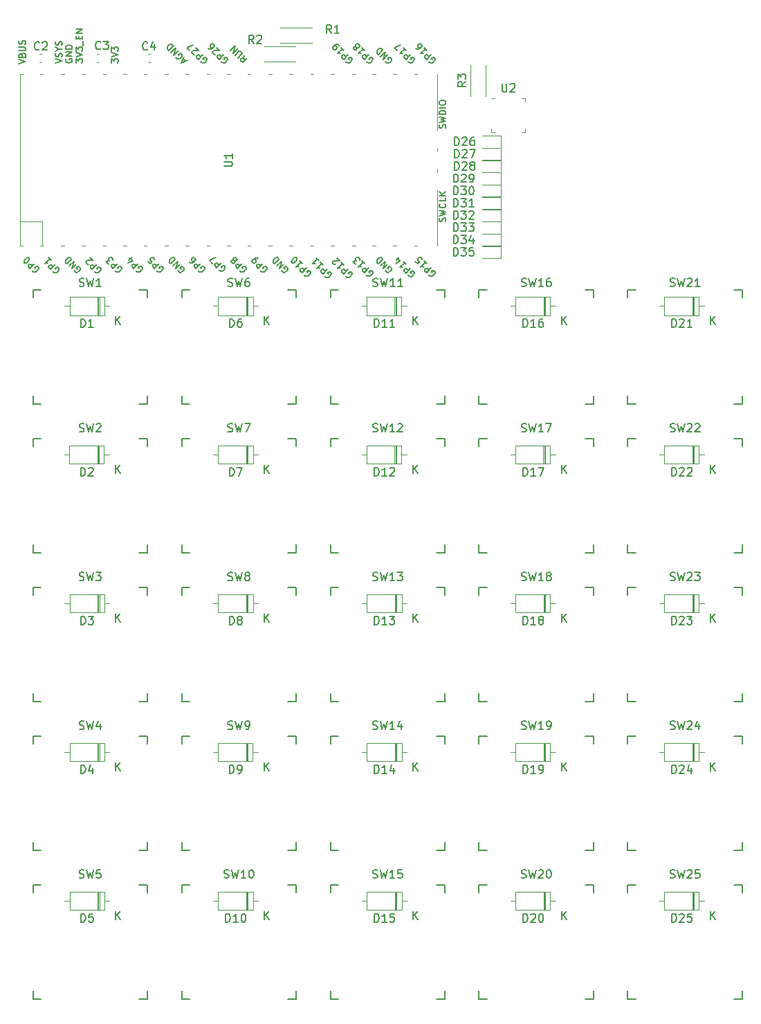
<source format=gbr>
%TF.GenerationSoftware,KiCad,Pcbnew,6.0.1-79c1e3a40b~116~ubuntu21.10.1*%
%TF.CreationDate,2022-03-13T19:18:57-06:00*%
%TF.ProjectId,Macropad,4d616372-6f70-4616-942e-6b696361645f,rev?*%
%TF.SameCoordinates,Original*%
%TF.FileFunction,Legend,Top*%
%TF.FilePolarity,Positive*%
%FSLAX46Y46*%
G04 Gerber Fmt 4.6, Leading zero omitted, Abs format (unit mm)*
G04 Created by KiCad (PCBNEW 6.0.1-79c1e3a40b~116~ubuntu21.10.1) date 2022-03-13 19:18:57*
%MOMM*%
%LPD*%
G01*
G04 APERTURE LIST*
%ADD10C,0.150000*%
%ADD11C,0.120000*%
G04 APERTURE END LIST*
D10*
%TO.C,R3*%
X128982380Y-39066666D02*
X128506190Y-39400000D01*
X128982380Y-39638095D02*
X127982380Y-39638095D01*
X127982380Y-39257142D01*
X128030000Y-39161904D01*
X128077619Y-39114285D01*
X128172857Y-39066666D01*
X128315714Y-39066666D01*
X128410952Y-39114285D01*
X128458571Y-39161904D01*
X128506190Y-39257142D01*
X128506190Y-39638095D01*
X127982380Y-38733333D02*
X127982380Y-38114285D01*
X128363333Y-38447619D01*
X128363333Y-38304761D01*
X128410952Y-38209523D01*
X128458571Y-38161904D01*
X128553809Y-38114285D01*
X128791904Y-38114285D01*
X128887142Y-38161904D01*
X128934761Y-38209523D01*
X128982380Y-38304761D01*
X128982380Y-38590476D01*
X128934761Y-38685714D01*
X128887142Y-38733333D01*
%TO.C,U2*%
X133399015Y-39282380D02*
X133399015Y-40091904D01*
X133446634Y-40187142D01*
X133494253Y-40234761D01*
X133589491Y-40282380D01*
X133779967Y-40282380D01*
X133875205Y-40234761D01*
X133922824Y-40187142D01*
X133970443Y-40091904D01*
X133970443Y-39282380D01*
X134399015Y-39377619D02*
X134446634Y-39330000D01*
X134541872Y-39282380D01*
X134779967Y-39282380D01*
X134875205Y-39330000D01*
X134922824Y-39377619D01*
X134970443Y-39472857D01*
X134970443Y-39568095D01*
X134922824Y-39710952D01*
X134351396Y-40282380D01*
X134970443Y-40282380D01*
%TO.C,D35*%
X127485714Y-60352380D02*
X127485714Y-59352380D01*
X127723809Y-59352380D01*
X127866666Y-59400000D01*
X127961904Y-59495238D01*
X128009523Y-59590476D01*
X128057142Y-59780952D01*
X128057142Y-59923809D01*
X128009523Y-60114285D01*
X127961904Y-60209523D01*
X127866666Y-60304761D01*
X127723809Y-60352380D01*
X127485714Y-60352380D01*
X128390476Y-59352380D02*
X129009523Y-59352380D01*
X128676190Y-59733333D01*
X128819047Y-59733333D01*
X128914285Y-59780952D01*
X128961904Y-59828571D01*
X129009523Y-59923809D01*
X129009523Y-60161904D01*
X128961904Y-60257142D01*
X128914285Y-60304761D01*
X128819047Y-60352380D01*
X128533333Y-60352380D01*
X128438095Y-60304761D01*
X128390476Y-60257142D01*
X129914285Y-59352380D02*
X129438095Y-59352380D01*
X129390476Y-59828571D01*
X129438095Y-59780952D01*
X129533333Y-59733333D01*
X129771428Y-59733333D01*
X129866666Y-59780952D01*
X129914285Y-59828571D01*
X129961904Y-59923809D01*
X129961904Y-60161904D01*
X129914285Y-60257142D01*
X129866666Y-60304761D01*
X129771428Y-60352380D01*
X129533333Y-60352380D01*
X129438095Y-60304761D01*
X129390476Y-60257142D01*
%TO.C,D34*%
X127485714Y-58852380D02*
X127485714Y-57852380D01*
X127723809Y-57852380D01*
X127866666Y-57900000D01*
X127961904Y-57995238D01*
X128009523Y-58090476D01*
X128057142Y-58280952D01*
X128057142Y-58423809D01*
X128009523Y-58614285D01*
X127961904Y-58709523D01*
X127866666Y-58804761D01*
X127723809Y-58852380D01*
X127485714Y-58852380D01*
X128390476Y-57852380D02*
X129009523Y-57852380D01*
X128676190Y-58233333D01*
X128819047Y-58233333D01*
X128914285Y-58280952D01*
X128961904Y-58328571D01*
X129009523Y-58423809D01*
X129009523Y-58661904D01*
X128961904Y-58757142D01*
X128914285Y-58804761D01*
X128819047Y-58852380D01*
X128533333Y-58852380D01*
X128438095Y-58804761D01*
X128390476Y-58757142D01*
X129866666Y-58185714D02*
X129866666Y-58852380D01*
X129628571Y-57804761D02*
X129390476Y-58519047D01*
X130009523Y-58519047D01*
%TO.C,D33*%
X127485714Y-57352380D02*
X127485714Y-56352380D01*
X127723809Y-56352380D01*
X127866666Y-56400000D01*
X127961904Y-56495238D01*
X128009523Y-56590476D01*
X128057142Y-56780952D01*
X128057142Y-56923809D01*
X128009523Y-57114285D01*
X127961904Y-57209523D01*
X127866666Y-57304761D01*
X127723809Y-57352380D01*
X127485714Y-57352380D01*
X128390476Y-56352380D02*
X129009523Y-56352380D01*
X128676190Y-56733333D01*
X128819047Y-56733333D01*
X128914285Y-56780952D01*
X128961904Y-56828571D01*
X129009523Y-56923809D01*
X129009523Y-57161904D01*
X128961904Y-57257142D01*
X128914285Y-57304761D01*
X128819047Y-57352380D01*
X128533333Y-57352380D01*
X128438095Y-57304761D01*
X128390476Y-57257142D01*
X129342857Y-56352380D02*
X129961904Y-56352380D01*
X129628571Y-56733333D01*
X129771428Y-56733333D01*
X129866666Y-56780952D01*
X129914285Y-56828571D01*
X129961904Y-56923809D01*
X129961904Y-57161904D01*
X129914285Y-57257142D01*
X129866666Y-57304761D01*
X129771428Y-57352380D01*
X129485714Y-57352380D01*
X129390476Y-57304761D01*
X129342857Y-57257142D01*
%TO.C,D32*%
X127485714Y-55852380D02*
X127485714Y-54852380D01*
X127723809Y-54852380D01*
X127866666Y-54900000D01*
X127961904Y-54995238D01*
X128009523Y-55090476D01*
X128057142Y-55280952D01*
X128057142Y-55423809D01*
X128009523Y-55614285D01*
X127961904Y-55709523D01*
X127866666Y-55804761D01*
X127723809Y-55852380D01*
X127485714Y-55852380D01*
X128390476Y-54852380D02*
X129009523Y-54852380D01*
X128676190Y-55233333D01*
X128819047Y-55233333D01*
X128914285Y-55280952D01*
X128961904Y-55328571D01*
X129009523Y-55423809D01*
X129009523Y-55661904D01*
X128961904Y-55757142D01*
X128914285Y-55804761D01*
X128819047Y-55852380D01*
X128533333Y-55852380D01*
X128438095Y-55804761D01*
X128390476Y-55757142D01*
X129390476Y-54947619D02*
X129438095Y-54900000D01*
X129533333Y-54852380D01*
X129771428Y-54852380D01*
X129866666Y-54900000D01*
X129914285Y-54947619D01*
X129961904Y-55042857D01*
X129961904Y-55138095D01*
X129914285Y-55280952D01*
X129342857Y-55852380D01*
X129961904Y-55852380D01*
%TO.C,D31*%
X127485714Y-54352380D02*
X127485714Y-53352380D01*
X127723809Y-53352380D01*
X127866666Y-53400000D01*
X127961904Y-53495238D01*
X128009523Y-53590476D01*
X128057142Y-53780952D01*
X128057142Y-53923809D01*
X128009523Y-54114285D01*
X127961904Y-54209523D01*
X127866666Y-54304761D01*
X127723809Y-54352380D01*
X127485714Y-54352380D01*
X128390476Y-53352380D02*
X129009523Y-53352380D01*
X128676190Y-53733333D01*
X128819047Y-53733333D01*
X128914285Y-53780952D01*
X128961904Y-53828571D01*
X129009523Y-53923809D01*
X129009523Y-54161904D01*
X128961904Y-54257142D01*
X128914285Y-54304761D01*
X128819047Y-54352380D01*
X128533333Y-54352380D01*
X128438095Y-54304761D01*
X128390476Y-54257142D01*
X129961904Y-54352380D02*
X129390476Y-54352380D01*
X129676190Y-54352380D02*
X129676190Y-53352380D01*
X129580952Y-53495238D01*
X129485714Y-53590476D01*
X129390476Y-53638095D01*
%TO.C,D30*%
X127485714Y-52852380D02*
X127485714Y-51852380D01*
X127723809Y-51852380D01*
X127866666Y-51900000D01*
X127961904Y-51995238D01*
X128009523Y-52090476D01*
X128057142Y-52280952D01*
X128057142Y-52423809D01*
X128009523Y-52614285D01*
X127961904Y-52709523D01*
X127866666Y-52804761D01*
X127723809Y-52852380D01*
X127485714Y-52852380D01*
X128390476Y-51852380D02*
X129009523Y-51852380D01*
X128676190Y-52233333D01*
X128819047Y-52233333D01*
X128914285Y-52280952D01*
X128961904Y-52328571D01*
X129009523Y-52423809D01*
X129009523Y-52661904D01*
X128961904Y-52757142D01*
X128914285Y-52804761D01*
X128819047Y-52852380D01*
X128533333Y-52852380D01*
X128438095Y-52804761D01*
X128390476Y-52757142D01*
X129628571Y-51852380D02*
X129723809Y-51852380D01*
X129819047Y-51900000D01*
X129866666Y-51947619D01*
X129914285Y-52042857D01*
X129961904Y-52233333D01*
X129961904Y-52471428D01*
X129914285Y-52661904D01*
X129866666Y-52757142D01*
X129819047Y-52804761D01*
X129723809Y-52852380D01*
X129628571Y-52852380D01*
X129533333Y-52804761D01*
X129485714Y-52757142D01*
X129438095Y-52661904D01*
X129390476Y-52471428D01*
X129390476Y-52233333D01*
X129438095Y-52042857D01*
X129485714Y-51947619D01*
X129533333Y-51900000D01*
X129628571Y-51852380D01*
%TO.C,D29*%
X127485714Y-51352380D02*
X127485714Y-50352380D01*
X127723809Y-50352380D01*
X127866666Y-50400000D01*
X127961904Y-50495238D01*
X128009523Y-50590476D01*
X128057142Y-50780952D01*
X128057142Y-50923809D01*
X128009523Y-51114285D01*
X127961904Y-51209523D01*
X127866666Y-51304761D01*
X127723809Y-51352380D01*
X127485714Y-51352380D01*
X128438095Y-50447619D02*
X128485714Y-50400000D01*
X128580952Y-50352380D01*
X128819047Y-50352380D01*
X128914285Y-50400000D01*
X128961904Y-50447619D01*
X129009523Y-50542857D01*
X129009523Y-50638095D01*
X128961904Y-50780952D01*
X128390476Y-51352380D01*
X129009523Y-51352380D01*
X129485714Y-51352380D02*
X129676190Y-51352380D01*
X129771428Y-51304761D01*
X129819047Y-51257142D01*
X129914285Y-51114285D01*
X129961904Y-50923809D01*
X129961904Y-50542857D01*
X129914285Y-50447619D01*
X129866666Y-50400000D01*
X129771428Y-50352380D01*
X129580952Y-50352380D01*
X129485714Y-50400000D01*
X129438095Y-50447619D01*
X129390476Y-50542857D01*
X129390476Y-50780952D01*
X129438095Y-50876190D01*
X129485714Y-50923809D01*
X129580952Y-50971428D01*
X129771428Y-50971428D01*
X129866666Y-50923809D01*
X129914285Y-50876190D01*
X129961904Y-50780952D01*
%TO.C,D28*%
X127585714Y-49852380D02*
X127585714Y-48852380D01*
X127823809Y-48852380D01*
X127966666Y-48900000D01*
X128061904Y-48995238D01*
X128109523Y-49090476D01*
X128157142Y-49280952D01*
X128157142Y-49423809D01*
X128109523Y-49614285D01*
X128061904Y-49709523D01*
X127966666Y-49804761D01*
X127823809Y-49852380D01*
X127585714Y-49852380D01*
X128538095Y-48947619D02*
X128585714Y-48900000D01*
X128680952Y-48852380D01*
X128919047Y-48852380D01*
X129014285Y-48900000D01*
X129061904Y-48947619D01*
X129109523Y-49042857D01*
X129109523Y-49138095D01*
X129061904Y-49280952D01*
X128490476Y-49852380D01*
X129109523Y-49852380D01*
X129680952Y-49280952D02*
X129585714Y-49233333D01*
X129538095Y-49185714D01*
X129490476Y-49090476D01*
X129490476Y-49042857D01*
X129538095Y-48947619D01*
X129585714Y-48900000D01*
X129680952Y-48852380D01*
X129871428Y-48852380D01*
X129966666Y-48900000D01*
X130014285Y-48947619D01*
X130061904Y-49042857D01*
X130061904Y-49090476D01*
X130014285Y-49185714D01*
X129966666Y-49233333D01*
X129871428Y-49280952D01*
X129680952Y-49280952D01*
X129585714Y-49328571D01*
X129538095Y-49376190D01*
X129490476Y-49471428D01*
X129490476Y-49661904D01*
X129538095Y-49757142D01*
X129585714Y-49804761D01*
X129680952Y-49852380D01*
X129871428Y-49852380D01*
X129966666Y-49804761D01*
X130014285Y-49757142D01*
X130061904Y-49661904D01*
X130061904Y-49471428D01*
X130014285Y-49376190D01*
X129966666Y-49328571D01*
X129871428Y-49280952D01*
%TO.C,D27*%
X127585714Y-48352380D02*
X127585714Y-47352380D01*
X127823809Y-47352380D01*
X127966666Y-47400000D01*
X128061904Y-47495238D01*
X128109523Y-47590476D01*
X128157142Y-47780952D01*
X128157142Y-47923809D01*
X128109523Y-48114285D01*
X128061904Y-48209523D01*
X127966666Y-48304761D01*
X127823809Y-48352380D01*
X127585714Y-48352380D01*
X128538095Y-47447619D02*
X128585714Y-47400000D01*
X128680952Y-47352380D01*
X128919047Y-47352380D01*
X129014285Y-47400000D01*
X129061904Y-47447619D01*
X129109523Y-47542857D01*
X129109523Y-47638095D01*
X129061904Y-47780952D01*
X128490476Y-48352380D01*
X129109523Y-48352380D01*
X129442857Y-47352380D02*
X130109523Y-47352380D01*
X129680952Y-48352380D01*
%TO.C,D26*%
X127585714Y-46852380D02*
X127585714Y-45852380D01*
X127823809Y-45852380D01*
X127966666Y-45900000D01*
X128061904Y-45995238D01*
X128109523Y-46090476D01*
X128157142Y-46280952D01*
X128157142Y-46423809D01*
X128109523Y-46614285D01*
X128061904Y-46709523D01*
X127966666Y-46804761D01*
X127823809Y-46852380D01*
X127585714Y-46852380D01*
X128538095Y-45947619D02*
X128585714Y-45900000D01*
X128680952Y-45852380D01*
X128919047Y-45852380D01*
X129014285Y-45900000D01*
X129061904Y-45947619D01*
X129109523Y-46042857D01*
X129109523Y-46138095D01*
X129061904Y-46280952D01*
X128490476Y-46852380D01*
X129109523Y-46852380D01*
X129966666Y-45852380D02*
X129776190Y-45852380D01*
X129680952Y-45900000D01*
X129633333Y-45947619D01*
X129538095Y-46090476D01*
X129490476Y-46280952D01*
X129490476Y-46661904D01*
X129538095Y-46757142D01*
X129585714Y-46804761D01*
X129680952Y-46852380D01*
X129871428Y-46852380D01*
X129966666Y-46804761D01*
X130014285Y-46757142D01*
X130061904Y-46661904D01*
X130061904Y-46423809D01*
X130014285Y-46328571D01*
X129966666Y-46280952D01*
X129871428Y-46233333D01*
X129680952Y-46233333D01*
X129585714Y-46280952D01*
X129538095Y-46328571D01*
X129490476Y-46423809D01*
%TO.C,SW14*%
X117590476Y-118249761D02*
X117733333Y-118297380D01*
X117971428Y-118297380D01*
X118066666Y-118249761D01*
X118114285Y-118202142D01*
X118161904Y-118106904D01*
X118161904Y-118011666D01*
X118114285Y-117916428D01*
X118066666Y-117868809D01*
X117971428Y-117821190D01*
X117780952Y-117773571D01*
X117685714Y-117725952D01*
X117638095Y-117678333D01*
X117590476Y-117583095D01*
X117590476Y-117487857D01*
X117638095Y-117392619D01*
X117685714Y-117345000D01*
X117780952Y-117297380D01*
X118019047Y-117297380D01*
X118161904Y-117345000D01*
X118495238Y-117297380D02*
X118733333Y-118297380D01*
X118923809Y-117583095D01*
X119114285Y-118297380D01*
X119352380Y-117297380D01*
X120257142Y-118297380D02*
X119685714Y-118297380D01*
X119971428Y-118297380D02*
X119971428Y-117297380D01*
X119876190Y-117440238D01*
X119780952Y-117535476D01*
X119685714Y-117583095D01*
X121114285Y-117630714D02*
X121114285Y-118297380D01*
X120876190Y-117249761D02*
X120638095Y-117964047D01*
X121257142Y-117964047D01*
%TO.C,C3*%
X84283333Y-35007142D02*
X84235714Y-35054761D01*
X84092857Y-35102380D01*
X83997619Y-35102380D01*
X83854761Y-35054761D01*
X83759523Y-34959523D01*
X83711904Y-34864285D01*
X83664285Y-34673809D01*
X83664285Y-34530952D01*
X83711904Y-34340476D01*
X83759523Y-34245238D01*
X83854761Y-34150000D01*
X83997619Y-34102380D01*
X84092857Y-34102380D01*
X84235714Y-34150000D01*
X84283333Y-34197619D01*
X84616666Y-34102380D02*
X85235714Y-34102380D01*
X84902380Y-34483333D01*
X85045238Y-34483333D01*
X85140476Y-34530952D01*
X85188095Y-34578571D01*
X85235714Y-34673809D01*
X85235714Y-34911904D01*
X85188095Y-35007142D01*
X85140476Y-35054761D01*
X85045238Y-35102380D01*
X84759523Y-35102380D01*
X84664285Y-35054761D01*
X84616666Y-35007142D01*
%TO.C,C4*%
X90033333Y-35077142D02*
X89985714Y-35124761D01*
X89842857Y-35172380D01*
X89747619Y-35172380D01*
X89604761Y-35124761D01*
X89509523Y-35029523D01*
X89461904Y-34934285D01*
X89414285Y-34743809D01*
X89414285Y-34600952D01*
X89461904Y-34410476D01*
X89509523Y-34315238D01*
X89604761Y-34220000D01*
X89747619Y-34172380D01*
X89842857Y-34172380D01*
X89985714Y-34220000D01*
X90033333Y-34267619D01*
X90890476Y-34505714D02*
X90890476Y-35172380D01*
X90652380Y-34124761D02*
X90414285Y-34839047D01*
X91033333Y-34839047D01*
%TO.C,D1*%
X81861904Y-69072380D02*
X81861904Y-68072380D01*
X82100000Y-68072380D01*
X82242857Y-68120000D01*
X82338095Y-68215238D01*
X82385714Y-68310476D01*
X82433333Y-68500952D01*
X82433333Y-68643809D01*
X82385714Y-68834285D01*
X82338095Y-68929523D01*
X82242857Y-69024761D01*
X82100000Y-69072380D01*
X81861904Y-69072380D01*
X83385714Y-69072380D02*
X82814285Y-69072380D01*
X83100000Y-69072380D02*
X83100000Y-68072380D01*
X83004761Y-68215238D01*
X82909523Y-68310476D01*
X82814285Y-68358095D01*
X86148095Y-68752380D02*
X86148095Y-67752380D01*
X86719523Y-68752380D02*
X86290952Y-68180952D01*
X86719523Y-67752380D02*
X86148095Y-68323809D01*
%TO.C,D9*%
X100051904Y-123672380D02*
X100051904Y-122672380D01*
X100290000Y-122672380D01*
X100432857Y-122720000D01*
X100528095Y-122815238D01*
X100575714Y-122910476D01*
X100623333Y-123100952D01*
X100623333Y-123243809D01*
X100575714Y-123434285D01*
X100528095Y-123529523D01*
X100432857Y-123624761D01*
X100290000Y-123672380D01*
X100051904Y-123672380D01*
X101099523Y-123672380D02*
X101290000Y-123672380D01*
X101385238Y-123624761D01*
X101432857Y-123577142D01*
X101528095Y-123434285D01*
X101575714Y-123243809D01*
X101575714Y-122862857D01*
X101528095Y-122767619D01*
X101480476Y-122720000D01*
X101385238Y-122672380D01*
X101194761Y-122672380D01*
X101099523Y-122720000D01*
X101051904Y-122767619D01*
X101004285Y-122862857D01*
X101004285Y-123100952D01*
X101051904Y-123196190D01*
X101099523Y-123243809D01*
X101194761Y-123291428D01*
X101385238Y-123291428D01*
X101480476Y-123243809D01*
X101528095Y-123196190D01*
X101575714Y-123100952D01*
X104338095Y-123352380D02*
X104338095Y-122352380D01*
X104909523Y-123352380D02*
X104480952Y-122780952D01*
X104909523Y-122352380D02*
X104338095Y-122923809D01*
%TO.C,C2*%
X76783333Y-35077142D02*
X76735714Y-35124761D01*
X76592857Y-35172380D01*
X76497619Y-35172380D01*
X76354761Y-35124761D01*
X76259523Y-35029523D01*
X76211904Y-34934285D01*
X76164285Y-34743809D01*
X76164285Y-34600952D01*
X76211904Y-34410476D01*
X76259523Y-34315238D01*
X76354761Y-34220000D01*
X76497619Y-34172380D01*
X76592857Y-34172380D01*
X76735714Y-34220000D01*
X76783333Y-34267619D01*
X77164285Y-34267619D02*
X77211904Y-34220000D01*
X77307142Y-34172380D01*
X77545238Y-34172380D01*
X77640476Y-34220000D01*
X77688095Y-34267619D01*
X77735714Y-34362857D01*
X77735714Y-34458095D01*
X77688095Y-34600952D01*
X77116666Y-35172380D01*
X77735714Y-35172380D01*
%TO.C,SW18*%
X135790476Y-100049761D02*
X135933333Y-100097380D01*
X136171428Y-100097380D01*
X136266666Y-100049761D01*
X136314285Y-100002142D01*
X136361904Y-99906904D01*
X136361904Y-99811666D01*
X136314285Y-99716428D01*
X136266666Y-99668809D01*
X136171428Y-99621190D01*
X135980952Y-99573571D01*
X135885714Y-99525952D01*
X135838095Y-99478333D01*
X135790476Y-99383095D01*
X135790476Y-99287857D01*
X135838095Y-99192619D01*
X135885714Y-99145000D01*
X135980952Y-99097380D01*
X136219047Y-99097380D01*
X136361904Y-99145000D01*
X136695238Y-99097380D02*
X136933333Y-100097380D01*
X137123809Y-99383095D01*
X137314285Y-100097380D01*
X137552380Y-99097380D01*
X138457142Y-100097380D02*
X137885714Y-100097380D01*
X138171428Y-100097380D02*
X138171428Y-99097380D01*
X138076190Y-99240238D01*
X137980952Y-99335476D01*
X137885714Y-99383095D01*
X139028571Y-99525952D02*
X138933333Y-99478333D01*
X138885714Y-99430714D01*
X138838095Y-99335476D01*
X138838095Y-99287857D01*
X138885714Y-99192619D01*
X138933333Y-99145000D01*
X139028571Y-99097380D01*
X139219047Y-99097380D01*
X139314285Y-99145000D01*
X139361904Y-99192619D01*
X139409523Y-99287857D01*
X139409523Y-99335476D01*
X139361904Y-99430714D01*
X139314285Y-99478333D01*
X139219047Y-99525952D01*
X139028571Y-99525952D01*
X138933333Y-99573571D01*
X138885714Y-99621190D01*
X138838095Y-99716428D01*
X138838095Y-99906904D01*
X138885714Y-100002142D01*
X138933333Y-100049761D01*
X139028571Y-100097380D01*
X139219047Y-100097380D01*
X139314285Y-100049761D01*
X139361904Y-100002142D01*
X139409523Y-99906904D01*
X139409523Y-99716428D01*
X139361904Y-99621190D01*
X139314285Y-99573571D01*
X139219047Y-99525952D01*
%TO.C,D25*%
X154185714Y-141872380D02*
X154185714Y-140872380D01*
X154423809Y-140872380D01*
X154566666Y-140920000D01*
X154661904Y-141015238D01*
X154709523Y-141110476D01*
X154757142Y-141300952D01*
X154757142Y-141443809D01*
X154709523Y-141634285D01*
X154661904Y-141729523D01*
X154566666Y-141824761D01*
X154423809Y-141872380D01*
X154185714Y-141872380D01*
X155138095Y-140967619D02*
X155185714Y-140920000D01*
X155280952Y-140872380D01*
X155519047Y-140872380D01*
X155614285Y-140920000D01*
X155661904Y-140967619D01*
X155709523Y-141062857D01*
X155709523Y-141158095D01*
X155661904Y-141300952D01*
X155090476Y-141872380D01*
X155709523Y-141872380D01*
X156614285Y-140872380D02*
X156138095Y-140872380D01*
X156090476Y-141348571D01*
X156138095Y-141300952D01*
X156233333Y-141253333D01*
X156471428Y-141253333D01*
X156566666Y-141300952D01*
X156614285Y-141348571D01*
X156661904Y-141443809D01*
X156661904Y-141681904D01*
X156614285Y-141777142D01*
X156566666Y-141824761D01*
X156471428Y-141872380D01*
X156233333Y-141872380D01*
X156138095Y-141824761D01*
X156090476Y-141777142D01*
X158948095Y-141552380D02*
X158948095Y-140552380D01*
X159519523Y-141552380D02*
X159090952Y-140980952D01*
X159519523Y-140552380D02*
X158948095Y-141123809D01*
%TO.C,D2*%
X81851904Y-87272380D02*
X81851904Y-86272380D01*
X82090000Y-86272380D01*
X82232857Y-86320000D01*
X82328095Y-86415238D01*
X82375714Y-86510476D01*
X82423333Y-86700952D01*
X82423333Y-86843809D01*
X82375714Y-87034285D01*
X82328095Y-87129523D01*
X82232857Y-87224761D01*
X82090000Y-87272380D01*
X81851904Y-87272380D01*
X82804285Y-86367619D02*
X82851904Y-86320000D01*
X82947142Y-86272380D01*
X83185238Y-86272380D01*
X83280476Y-86320000D01*
X83328095Y-86367619D01*
X83375714Y-86462857D01*
X83375714Y-86558095D01*
X83328095Y-86700952D01*
X82756666Y-87272380D01*
X83375714Y-87272380D01*
X86138095Y-86952380D02*
X86138095Y-85952380D01*
X86709523Y-86952380D02*
X86280952Y-86380952D01*
X86709523Y-85952380D02*
X86138095Y-86523809D01*
%TO.C,SW20*%
X135790476Y-136449761D02*
X135933333Y-136497380D01*
X136171428Y-136497380D01*
X136266666Y-136449761D01*
X136314285Y-136402142D01*
X136361904Y-136306904D01*
X136361904Y-136211666D01*
X136314285Y-136116428D01*
X136266666Y-136068809D01*
X136171428Y-136021190D01*
X135980952Y-135973571D01*
X135885714Y-135925952D01*
X135838095Y-135878333D01*
X135790476Y-135783095D01*
X135790476Y-135687857D01*
X135838095Y-135592619D01*
X135885714Y-135545000D01*
X135980952Y-135497380D01*
X136219047Y-135497380D01*
X136361904Y-135545000D01*
X136695238Y-135497380D02*
X136933333Y-136497380D01*
X137123809Y-135783095D01*
X137314285Y-136497380D01*
X137552380Y-135497380D01*
X137885714Y-135592619D02*
X137933333Y-135545000D01*
X138028571Y-135497380D01*
X138266666Y-135497380D01*
X138361904Y-135545000D01*
X138409523Y-135592619D01*
X138457142Y-135687857D01*
X138457142Y-135783095D01*
X138409523Y-135925952D01*
X137838095Y-136497380D01*
X138457142Y-136497380D01*
X139076190Y-135497380D02*
X139171428Y-135497380D01*
X139266666Y-135545000D01*
X139314285Y-135592619D01*
X139361904Y-135687857D01*
X139409523Y-135878333D01*
X139409523Y-136116428D01*
X139361904Y-136306904D01*
X139314285Y-136402142D01*
X139266666Y-136449761D01*
X139171428Y-136497380D01*
X139076190Y-136497380D01*
X138980952Y-136449761D01*
X138933333Y-136402142D01*
X138885714Y-136306904D01*
X138838095Y-136116428D01*
X138838095Y-135878333D01*
X138885714Y-135687857D01*
X138933333Y-135592619D01*
X138980952Y-135545000D01*
X139076190Y-135497380D01*
%TO.C,SW24*%
X153990476Y-118249761D02*
X154133333Y-118297380D01*
X154371428Y-118297380D01*
X154466666Y-118249761D01*
X154514285Y-118202142D01*
X154561904Y-118106904D01*
X154561904Y-118011666D01*
X154514285Y-117916428D01*
X154466666Y-117868809D01*
X154371428Y-117821190D01*
X154180952Y-117773571D01*
X154085714Y-117725952D01*
X154038095Y-117678333D01*
X153990476Y-117583095D01*
X153990476Y-117487857D01*
X154038095Y-117392619D01*
X154085714Y-117345000D01*
X154180952Y-117297380D01*
X154419047Y-117297380D01*
X154561904Y-117345000D01*
X154895238Y-117297380D02*
X155133333Y-118297380D01*
X155323809Y-117583095D01*
X155514285Y-118297380D01*
X155752380Y-117297380D01*
X156085714Y-117392619D02*
X156133333Y-117345000D01*
X156228571Y-117297380D01*
X156466666Y-117297380D01*
X156561904Y-117345000D01*
X156609523Y-117392619D01*
X156657142Y-117487857D01*
X156657142Y-117583095D01*
X156609523Y-117725952D01*
X156038095Y-118297380D01*
X156657142Y-118297380D01*
X157514285Y-117630714D02*
X157514285Y-118297380D01*
X157276190Y-117249761D02*
X157038095Y-117964047D01*
X157657142Y-117964047D01*
%TO.C,SW5*%
X81666666Y-136449761D02*
X81809523Y-136497380D01*
X82047619Y-136497380D01*
X82142857Y-136449761D01*
X82190476Y-136402142D01*
X82238095Y-136306904D01*
X82238095Y-136211666D01*
X82190476Y-136116428D01*
X82142857Y-136068809D01*
X82047619Y-136021190D01*
X81857142Y-135973571D01*
X81761904Y-135925952D01*
X81714285Y-135878333D01*
X81666666Y-135783095D01*
X81666666Y-135687857D01*
X81714285Y-135592619D01*
X81761904Y-135545000D01*
X81857142Y-135497380D01*
X82095238Y-135497380D01*
X82238095Y-135545000D01*
X82571428Y-135497380D02*
X82809523Y-136497380D01*
X83000000Y-135783095D01*
X83190476Y-136497380D01*
X83428571Y-135497380D01*
X84285714Y-135497380D02*
X83809523Y-135497380D01*
X83761904Y-135973571D01*
X83809523Y-135925952D01*
X83904761Y-135878333D01*
X84142857Y-135878333D01*
X84238095Y-135925952D01*
X84285714Y-135973571D01*
X84333333Y-136068809D01*
X84333333Y-136306904D01*
X84285714Y-136402142D01*
X84238095Y-136449761D01*
X84142857Y-136497380D01*
X83904761Y-136497380D01*
X83809523Y-136449761D01*
X83761904Y-136402142D01*
%TO.C,D5*%
X81861904Y-141872380D02*
X81861904Y-140872380D01*
X82100000Y-140872380D01*
X82242857Y-140920000D01*
X82338095Y-141015238D01*
X82385714Y-141110476D01*
X82433333Y-141300952D01*
X82433333Y-141443809D01*
X82385714Y-141634285D01*
X82338095Y-141729523D01*
X82242857Y-141824761D01*
X82100000Y-141872380D01*
X81861904Y-141872380D01*
X83338095Y-140872380D02*
X82861904Y-140872380D01*
X82814285Y-141348571D01*
X82861904Y-141300952D01*
X82957142Y-141253333D01*
X83195238Y-141253333D01*
X83290476Y-141300952D01*
X83338095Y-141348571D01*
X83385714Y-141443809D01*
X83385714Y-141681904D01*
X83338095Y-141777142D01*
X83290476Y-141824761D01*
X83195238Y-141872380D01*
X82957142Y-141872380D01*
X82861904Y-141824761D01*
X82814285Y-141777142D01*
X86148095Y-141552380D02*
X86148095Y-140552380D01*
X86719523Y-141552380D02*
X86290952Y-140980952D01*
X86719523Y-140552380D02*
X86148095Y-141123809D01*
%TO.C,D7*%
X100061904Y-87272380D02*
X100061904Y-86272380D01*
X100300000Y-86272380D01*
X100442857Y-86320000D01*
X100538095Y-86415238D01*
X100585714Y-86510476D01*
X100633333Y-86700952D01*
X100633333Y-86843809D01*
X100585714Y-87034285D01*
X100538095Y-87129523D01*
X100442857Y-87224761D01*
X100300000Y-87272380D01*
X100061904Y-87272380D01*
X100966666Y-86272380D02*
X101633333Y-86272380D01*
X101204761Y-87272380D01*
X104348095Y-86952380D02*
X104348095Y-85952380D01*
X104919523Y-86952380D02*
X104490952Y-86380952D01*
X104919523Y-85952380D02*
X104348095Y-86523809D01*
%TO.C,U1*%
X99402380Y-49411904D02*
X100211904Y-49411904D01*
X100307142Y-49364285D01*
X100354761Y-49316666D01*
X100402380Y-49221428D01*
X100402380Y-49030952D01*
X100354761Y-48935714D01*
X100307142Y-48888095D01*
X100211904Y-48840476D01*
X99402380Y-48840476D01*
X100402380Y-47840476D02*
X100402380Y-48411904D01*
X100402380Y-48126190D02*
X99402380Y-48126190D01*
X99545238Y-48221428D01*
X99640476Y-48316666D01*
X99688095Y-48411904D01*
X96261218Y-62136903D02*
X96288155Y-62217715D01*
X96368967Y-62298528D01*
X96476717Y-62352402D01*
X96584467Y-62352402D01*
X96665279Y-62325465D01*
X96799966Y-62244653D01*
X96880778Y-62163841D01*
X96961590Y-62029154D01*
X96988528Y-61948341D01*
X96988528Y-61840592D01*
X96934653Y-61732842D01*
X96880778Y-61678967D01*
X96773028Y-61625093D01*
X96719154Y-61625093D01*
X96530592Y-61813654D01*
X96638341Y-61921404D01*
X96530592Y-61328781D02*
X95964906Y-61894467D01*
X95749407Y-61678967D01*
X95722470Y-61598155D01*
X95722470Y-61544280D01*
X95749407Y-61463468D01*
X95830219Y-61382656D01*
X95911032Y-61355719D01*
X95964906Y-61355719D01*
X96045719Y-61382656D01*
X96261218Y-61598155D01*
X95156784Y-61086345D02*
X95264534Y-61194094D01*
X95345346Y-61221032D01*
X95399221Y-61221032D01*
X95533908Y-61194094D01*
X95668595Y-61113282D01*
X95884094Y-60897783D01*
X95911032Y-60816971D01*
X95911032Y-60763096D01*
X95884094Y-60682284D01*
X95776345Y-60574534D01*
X95695532Y-60547597D01*
X95641658Y-60547597D01*
X95560845Y-60574534D01*
X95426158Y-60709221D01*
X95399221Y-60790033D01*
X95399221Y-60843908D01*
X95426158Y-60924720D01*
X95533908Y-61032470D01*
X95614720Y-61059407D01*
X95668595Y-61059407D01*
X95749407Y-61032470D01*
X119148155Y-62163841D02*
X119175093Y-62244653D01*
X119255905Y-62325465D01*
X119363654Y-62379340D01*
X119471404Y-62379340D01*
X119552216Y-62352402D01*
X119686903Y-62271590D01*
X119767715Y-62190778D01*
X119848528Y-62056091D01*
X119875465Y-61975279D01*
X119875465Y-61867529D01*
X119821590Y-61759780D01*
X119767715Y-61705905D01*
X119659966Y-61652030D01*
X119606091Y-61652030D01*
X119417529Y-61840592D01*
X119525279Y-61948341D01*
X119417529Y-61355719D02*
X118851844Y-61921404D01*
X119094280Y-61032470D01*
X118528595Y-61598155D01*
X118824906Y-60763096D02*
X118259221Y-61328781D01*
X118124534Y-61194094D01*
X118070659Y-61086345D01*
X118070659Y-60978595D01*
X118097597Y-60897783D01*
X118178409Y-60763096D01*
X118259221Y-60682284D01*
X118393908Y-60601471D01*
X118474720Y-60574534D01*
X118582470Y-60574534D01*
X118690219Y-60628409D01*
X118824906Y-60763096D01*
X114310592Y-36552277D02*
X114337529Y-36633089D01*
X114418341Y-36713902D01*
X114526091Y-36767776D01*
X114633841Y-36767776D01*
X114714653Y-36740839D01*
X114849340Y-36660027D01*
X114930152Y-36579215D01*
X115010964Y-36444528D01*
X115037902Y-36363715D01*
X115037902Y-36255966D01*
X114984027Y-36148216D01*
X114930152Y-36094341D01*
X114822402Y-36040467D01*
X114768528Y-36040467D01*
X114579966Y-36229028D01*
X114687715Y-36336778D01*
X114579966Y-35744155D02*
X114014280Y-36309841D01*
X113798781Y-36094341D01*
X113771844Y-36013529D01*
X113771844Y-35959654D01*
X113798781Y-35878842D01*
X113879593Y-35798030D01*
X113960406Y-35771093D01*
X114014280Y-35771093D01*
X114095093Y-35798030D01*
X114310592Y-36013529D01*
X113717969Y-34882158D02*
X114041218Y-35205407D01*
X113879593Y-35043783D02*
X113313908Y-35609468D01*
X113448595Y-35582531D01*
X113556345Y-35582531D01*
X113637157Y-35609468D01*
X113448595Y-34612784D02*
X113340845Y-34505035D01*
X113260033Y-34478097D01*
X113206158Y-34478097D01*
X113071471Y-34505035D01*
X112936784Y-34585847D01*
X112721285Y-34801346D01*
X112694348Y-34882158D01*
X112694348Y-34936033D01*
X112721285Y-35016845D01*
X112829035Y-35124595D01*
X112909847Y-35151532D01*
X112963722Y-35151532D01*
X113044534Y-35124595D01*
X113179221Y-34989908D01*
X113206158Y-34909096D01*
X113206158Y-34855221D01*
X113179221Y-34774409D01*
X113071471Y-34666659D01*
X112990659Y-34639722D01*
X112936784Y-34639722D01*
X112855972Y-34666659D01*
X80050000Y-36259523D02*
X80011904Y-36335714D01*
X80011904Y-36450000D01*
X80050000Y-36564285D01*
X80126190Y-36640476D01*
X80202380Y-36678571D01*
X80354761Y-36716666D01*
X80469047Y-36716666D01*
X80621428Y-36678571D01*
X80697619Y-36640476D01*
X80773809Y-36564285D01*
X80811904Y-36450000D01*
X80811904Y-36373809D01*
X80773809Y-36259523D01*
X80735714Y-36221428D01*
X80469047Y-36221428D01*
X80469047Y-36373809D01*
X80811904Y-35878571D02*
X80011904Y-35878571D01*
X80811904Y-35421428D01*
X80011904Y-35421428D01*
X80811904Y-35040476D02*
X80011904Y-35040476D01*
X80011904Y-34850000D01*
X80050000Y-34735714D01*
X80126190Y-34659523D01*
X80202380Y-34621428D01*
X80354761Y-34583333D01*
X80469047Y-34583333D01*
X80621428Y-34621428D01*
X80697619Y-34659523D01*
X80773809Y-34735714D01*
X80811904Y-34850000D01*
X80811904Y-35040476D01*
X75941218Y-62136903D02*
X75968155Y-62217715D01*
X76048967Y-62298528D01*
X76156717Y-62352402D01*
X76264467Y-62352402D01*
X76345279Y-62325465D01*
X76479966Y-62244653D01*
X76560778Y-62163841D01*
X76641590Y-62029154D01*
X76668528Y-61948341D01*
X76668528Y-61840592D01*
X76614653Y-61732842D01*
X76560778Y-61678967D01*
X76453028Y-61625093D01*
X76399154Y-61625093D01*
X76210592Y-61813654D01*
X76318341Y-61921404D01*
X76210592Y-61328781D02*
X75644906Y-61894467D01*
X75429407Y-61678967D01*
X75402470Y-61598155D01*
X75402470Y-61544280D01*
X75429407Y-61463468D01*
X75510219Y-61382656D01*
X75591032Y-61355719D01*
X75644906Y-61355719D01*
X75725719Y-61382656D01*
X75941218Y-61598155D01*
X74971471Y-61221032D02*
X74917597Y-61167157D01*
X74890659Y-61086345D01*
X74890659Y-61032470D01*
X74917597Y-60951658D01*
X74998409Y-60816971D01*
X75133096Y-60682284D01*
X75267783Y-60601471D01*
X75348595Y-60574534D01*
X75402470Y-60574534D01*
X75483282Y-60601471D01*
X75537157Y-60655346D01*
X75564094Y-60736158D01*
X75564094Y-60790033D01*
X75537157Y-60870845D01*
X75456345Y-61005532D01*
X75321658Y-61140219D01*
X75186971Y-61221032D01*
X75106158Y-61247969D01*
X75052284Y-61247969D01*
X74971471Y-61221032D01*
X83561218Y-62236903D02*
X83588155Y-62317715D01*
X83668967Y-62398528D01*
X83776717Y-62452402D01*
X83884467Y-62452402D01*
X83965279Y-62425465D01*
X84099966Y-62344653D01*
X84180778Y-62263841D01*
X84261590Y-62129154D01*
X84288528Y-62048341D01*
X84288528Y-61940592D01*
X84234653Y-61832842D01*
X84180778Y-61778967D01*
X84073028Y-61725093D01*
X84019154Y-61725093D01*
X83830592Y-61913654D01*
X83938341Y-62021404D01*
X83830592Y-61428781D02*
X83264906Y-61994467D01*
X83049407Y-61778967D01*
X83022470Y-61698155D01*
X83022470Y-61644280D01*
X83049407Y-61563468D01*
X83130219Y-61482656D01*
X83211032Y-61455719D01*
X83264906Y-61455719D01*
X83345719Y-61482656D01*
X83561218Y-61698155D01*
X82780033Y-61401844D02*
X82726158Y-61401844D01*
X82645346Y-61374906D01*
X82510659Y-61240219D01*
X82483722Y-61159407D01*
X82483722Y-61105532D01*
X82510659Y-61024720D01*
X82564534Y-60970845D01*
X82672284Y-60916971D01*
X83318781Y-60916971D01*
X82968595Y-60566784D01*
X114310592Y-62806277D02*
X114337529Y-62887089D01*
X114418341Y-62967902D01*
X114526091Y-63021776D01*
X114633841Y-63021776D01*
X114714653Y-62994839D01*
X114849340Y-62914027D01*
X114930152Y-62833215D01*
X115010964Y-62698528D01*
X115037902Y-62617715D01*
X115037902Y-62509966D01*
X114984027Y-62402216D01*
X114930152Y-62348341D01*
X114822402Y-62294467D01*
X114768528Y-62294467D01*
X114579966Y-62483028D01*
X114687715Y-62590778D01*
X114579966Y-61998155D02*
X114014280Y-62563841D01*
X113798781Y-62348341D01*
X113771844Y-62267529D01*
X113771844Y-62213654D01*
X113798781Y-62132842D01*
X113879593Y-62052030D01*
X113960406Y-62025093D01*
X114014280Y-62025093D01*
X114095093Y-62052030D01*
X114310592Y-62267529D01*
X113717969Y-61136158D02*
X114041218Y-61459407D01*
X113879593Y-61297783D02*
X113313908Y-61863468D01*
X113448595Y-61836531D01*
X113556345Y-61836531D01*
X113637157Y-61863468D01*
X112990659Y-61432470D02*
X112936784Y-61432470D01*
X112855972Y-61405532D01*
X112721285Y-61270845D01*
X112694348Y-61190033D01*
X112694348Y-61136158D01*
X112721285Y-61055346D01*
X112775160Y-61001471D01*
X112882910Y-60947597D01*
X113529407Y-60947597D01*
X113179221Y-60597410D01*
X124470592Y-62660277D02*
X124497529Y-62741089D01*
X124578341Y-62821902D01*
X124686091Y-62875776D01*
X124793841Y-62875776D01*
X124874653Y-62848839D01*
X125009340Y-62768027D01*
X125090152Y-62687215D01*
X125170964Y-62552528D01*
X125197902Y-62471715D01*
X125197902Y-62363966D01*
X125144027Y-62256216D01*
X125090152Y-62202341D01*
X124982402Y-62148467D01*
X124928528Y-62148467D01*
X124739966Y-62337028D01*
X124847715Y-62444778D01*
X124739966Y-61852155D02*
X124174280Y-62417841D01*
X123958781Y-62202341D01*
X123931844Y-62121529D01*
X123931844Y-62067654D01*
X123958781Y-61986842D01*
X124039593Y-61906030D01*
X124120406Y-61879093D01*
X124174280Y-61879093D01*
X124255093Y-61906030D01*
X124470592Y-62121529D01*
X123877969Y-60990158D02*
X124201218Y-61313407D01*
X124039593Y-61151783D02*
X123473908Y-61717468D01*
X123608595Y-61690531D01*
X123716345Y-61690531D01*
X123797157Y-61717468D01*
X122800473Y-61044033D02*
X123069847Y-61313407D01*
X123366158Y-61070971D01*
X123312284Y-61070971D01*
X123231471Y-61044033D01*
X123096784Y-60909346D01*
X123069847Y-60828534D01*
X123069847Y-60774659D01*
X123096784Y-60693847D01*
X123231471Y-60559160D01*
X123312284Y-60532223D01*
X123366158Y-60532223D01*
X123446971Y-60559160D01*
X123581658Y-60693847D01*
X123608595Y-60774659D01*
X123608595Y-60828534D01*
X106448155Y-62163841D02*
X106475093Y-62244653D01*
X106555905Y-62325465D01*
X106663654Y-62379340D01*
X106771404Y-62379340D01*
X106852216Y-62352402D01*
X106986903Y-62271590D01*
X107067715Y-62190778D01*
X107148528Y-62056091D01*
X107175465Y-61975279D01*
X107175465Y-61867529D01*
X107121590Y-61759780D01*
X107067715Y-61705905D01*
X106959966Y-61652030D01*
X106906091Y-61652030D01*
X106717529Y-61840592D01*
X106825279Y-61948341D01*
X106717529Y-61355719D02*
X106151844Y-61921404D01*
X106394280Y-61032470D01*
X105828595Y-61598155D01*
X106124906Y-60763096D02*
X105559221Y-61328781D01*
X105424534Y-61194094D01*
X105370659Y-61086345D01*
X105370659Y-60978595D01*
X105397597Y-60897783D01*
X105478409Y-60763096D01*
X105559221Y-60682284D01*
X105693908Y-60601471D01*
X105774720Y-60574534D01*
X105882470Y-60574534D01*
X105990219Y-60628409D01*
X106124906Y-60763096D01*
X116850592Y-62660277D02*
X116877529Y-62741089D01*
X116958341Y-62821902D01*
X117066091Y-62875776D01*
X117173841Y-62875776D01*
X117254653Y-62848839D01*
X117389340Y-62768027D01*
X117470152Y-62687215D01*
X117550964Y-62552528D01*
X117577902Y-62471715D01*
X117577902Y-62363966D01*
X117524027Y-62256216D01*
X117470152Y-62202341D01*
X117362402Y-62148467D01*
X117308528Y-62148467D01*
X117119966Y-62337028D01*
X117227715Y-62444778D01*
X117119966Y-61852155D02*
X116554280Y-62417841D01*
X116338781Y-62202341D01*
X116311844Y-62121529D01*
X116311844Y-62067654D01*
X116338781Y-61986842D01*
X116419593Y-61906030D01*
X116500406Y-61879093D01*
X116554280Y-61879093D01*
X116635093Y-61906030D01*
X116850592Y-62121529D01*
X116257969Y-60990158D02*
X116581218Y-61313407D01*
X116419593Y-61151783D02*
X115853908Y-61717468D01*
X115988595Y-61690531D01*
X116096345Y-61690531D01*
X116177157Y-61717468D01*
X115503722Y-61367282D02*
X115153536Y-61017096D01*
X115557597Y-60990158D01*
X115476784Y-60909346D01*
X115449847Y-60828534D01*
X115449847Y-60774659D01*
X115476784Y-60693847D01*
X115611471Y-60559160D01*
X115692284Y-60532223D01*
X115746158Y-60532223D01*
X115826971Y-60559160D01*
X115988595Y-60720784D01*
X116015532Y-60801597D01*
X116015532Y-60855471D01*
X78761904Y-36771428D02*
X79561904Y-36504761D01*
X78761904Y-36238095D01*
X79523809Y-36009523D02*
X79561904Y-35895238D01*
X79561904Y-35704761D01*
X79523809Y-35628571D01*
X79485714Y-35590476D01*
X79409523Y-35552380D01*
X79333333Y-35552380D01*
X79257142Y-35590476D01*
X79219047Y-35628571D01*
X79180952Y-35704761D01*
X79142857Y-35857142D01*
X79104761Y-35933333D01*
X79066666Y-35971428D01*
X78990476Y-36009523D01*
X78914285Y-36009523D01*
X78838095Y-35971428D01*
X78800000Y-35933333D01*
X78761904Y-35857142D01*
X78761904Y-35666666D01*
X78800000Y-35552380D01*
X79180952Y-35057142D02*
X79561904Y-35057142D01*
X78761904Y-35323809D02*
X79180952Y-35057142D01*
X78761904Y-34790476D01*
X79523809Y-34561904D02*
X79561904Y-34447619D01*
X79561904Y-34257142D01*
X79523809Y-34180952D01*
X79485714Y-34142857D01*
X79409523Y-34104761D01*
X79333333Y-34104761D01*
X79257142Y-34142857D01*
X79219047Y-34180952D01*
X79180952Y-34257142D01*
X79142857Y-34409523D01*
X79104761Y-34485714D01*
X79066666Y-34523809D01*
X78990476Y-34561904D01*
X78914285Y-34561904D01*
X78838095Y-34523809D01*
X78800000Y-34485714D01*
X78761904Y-34409523D01*
X78761904Y-34219047D01*
X78800000Y-34104761D01*
X88641218Y-62136903D02*
X88668155Y-62217715D01*
X88748967Y-62298528D01*
X88856717Y-62352402D01*
X88964467Y-62352402D01*
X89045279Y-62325465D01*
X89179966Y-62244653D01*
X89260778Y-62163841D01*
X89341590Y-62029154D01*
X89368528Y-61948341D01*
X89368528Y-61840592D01*
X89314653Y-61732842D01*
X89260778Y-61678967D01*
X89153028Y-61625093D01*
X89099154Y-61625093D01*
X88910592Y-61813654D01*
X89018341Y-61921404D01*
X88910592Y-61328781D02*
X88344906Y-61894467D01*
X88129407Y-61678967D01*
X88102470Y-61598155D01*
X88102470Y-61544280D01*
X88129407Y-61463468D01*
X88210219Y-61382656D01*
X88291032Y-61355719D01*
X88344906Y-61355719D01*
X88425719Y-61382656D01*
X88641218Y-61598155D01*
X87725346Y-60897783D02*
X88102470Y-60520659D01*
X87644534Y-61247969D02*
X88183282Y-60978595D01*
X87833096Y-60628409D01*
X98771218Y-62036903D02*
X98798155Y-62117715D01*
X98878967Y-62198528D01*
X98986717Y-62252402D01*
X99094467Y-62252402D01*
X99175279Y-62225465D01*
X99309966Y-62144653D01*
X99390778Y-62063841D01*
X99471590Y-61929154D01*
X99498528Y-61848341D01*
X99498528Y-61740592D01*
X99444653Y-61632842D01*
X99390778Y-61578967D01*
X99283028Y-61525093D01*
X99229154Y-61525093D01*
X99040592Y-61713654D01*
X99148341Y-61821404D01*
X99040592Y-61228781D02*
X98474906Y-61794467D01*
X98259407Y-61578967D01*
X98232470Y-61498155D01*
X98232470Y-61444280D01*
X98259407Y-61363468D01*
X98340219Y-61282656D01*
X98421032Y-61255719D01*
X98474906Y-61255719D01*
X98555719Y-61282656D01*
X98771218Y-61498155D01*
X97963096Y-61282656D02*
X97585972Y-60905532D01*
X98394094Y-60582284D01*
X81048155Y-62163841D02*
X81075093Y-62244653D01*
X81155905Y-62325465D01*
X81263654Y-62379340D01*
X81371404Y-62379340D01*
X81452216Y-62352402D01*
X81586903Y-62271590D01*
X81667715Y-62190778D01*
X81748528Y-62056091D01*
X81775465Y-61975279D01*
X81775465Y-61867529D01*
X81721590Y-61759780D01*
X81667715Y-61705905D01*
X81559966Y-61652030D01*
X81506091Y-61652030D01*
X81317529Y-61840592D01*
X81425279Y-61948341D01*
X81317529Y-61355719D02*
X80751844Y-61921404D01*
X80994280Y-61032470D01*
X80428595Y-61598155D01*
X80724906Y-60763096D02*
X80159221Y-61328781D01*
X80024534Y-61194094D01*
X79970659Y-61086345D01*
X79970659Y-60978595D01*
X79997597Y-60897783D01*
X80078409Y-60763096D01*
X80159221Y-60682284D01*
X80293908Y-60601471D01*
X80374720Y-60574534D01*
X80482470Y-60574534D01*
X80590219Y-60628409D01*
X80724906Y-60763096D01*
X101341218Y-62136903D02*
X101368155Y-62217715D01*
X101448967Y-62298528D01*
X101556717Y-62352402D01*
X101664467Y-62352402D01*
X101745279Y-62325465D01*
X101879966Y-62244653D01*
X101960778Y-62163841D01*
X102041590Y-62029154D01*
X102068528Y-61948341D01*
X102068528Y-61840592D01*
X102014653Y-61732842D01*
X101960778Y-61678967D01*
X101853028Y-61625093D01*
X101799154Y-61625093D01*
X101610592Y-61813654D01*
X101718341Y-61921404D01*
X101610592Y-61328781D02*
X101044906Y-61894467D01*
X100829407Y-61678967D01*
X100802470Y-61598155D01*
X100802470Y-61544280D01*
X100829407Y-61463468D01*
X100910219Y-61382656D01*
X100991032Y-61355719D01*
X101044906Y-61355719D01*
X101125719Y-61382656D01*
X101341218Y-61598155D01*
X100640845Y-61005532D02*
X100667783Y-61086345D01*
X100667783Y-61140219D01*
X100640845Y-61221032D01*
X100613908Y-61247969D01*
X100533096Y-61274906D01*
X100479221Y-61274906D01*
X100398409Y-61247969D01*
X100290659Y-61140219D01*
X100263722Y-61059407D01*
X100263722Y-61005532D01*
X100290659Y-60924720D01*
X100317597Y-60897783D01*
X100398409Y-60870845D01*
X100452284Y-60870845D01*
X100533096Y-60897783D01*
X100640845Y-61005532D01*
X100721658Y-61032470D01*
X100775532Y-61032470D01*
X100856345Y-61005532D01*
X100964094Y-60897783D01*
X100991032Y-60816971D01*
X100991032Y-60763096D01*
X100964094Y-60682284D01*
X100856345Y-60574534D01*
X100775532Y-60547597D01*
X100721658Y-60547597D01*
X100640845Y-60574534D01*
X100533096Y-60682284D01*
X100506158Y-60763096D01*
X100506158Y-60816971D01*
X100533096Y-60897783D01*
X78471218Y-62236903D02*
X78498155Y-62317715D01*
X78578967Y-62398528D01*
X78686717Y-62452402D01*
X78794467Y-62452402D01*
X78875279Y-62425465D01*
X79009966Y-62344653D01*
X79090778Y-62263841D01*
X79171590Y-62129154D01*
X79198528Y-62048341D01*
X79198528Y-61940592D01*
X79144653Y-61832842D01*
X79090778Y-61778967D01*
X78983028Y-61725093D01*
X78929154Y-61725093D01*
X78740592Y-61913654D01*
X78848341Y-62021404D01*
X78740592Y-61428781D02*
X78174906Y-61994467D01*
X77959407Y-61778967D01*
X77932470Y-61698155D01*
X77932470Y-61644280D01*
X77959407Y-61563468D01*
X78040219Y-61482656D01*
X78121032Y-61455719D01*
X78174906Y-61455719D01*
X78255719Y-61482656D01*
X78471218Y-61698155D01*
X77878595Y-60566784D02*
X78201844Y-60890033D01*
X78040219Y-60728409D02*
X77474534Y-61294094D01*
X77609221Y-61267157D01*
X77716971Y-61267157D01*
X77797783Y-61294094D01*
X121930592Y-36552277D02*
X121957529Y-36633089D01*
X122038341Y-36713902D01*
X122146091Y-36767776D01*
X122253841Y-36767776D01*
X122334653Y-36740839D01*
X122469340Y-36660027D01*
X122550152Y-36579215D01*
X122630964Y-36444528D01*
X122657902Y-36363715D01*
X122657902Y-36255966D01*
X122604027Y-36148216D01*
X122550152Y-36094341D01*
X122442402Y-36040467D01*
X122388528Y-36040467D01*
X122199966Y-36229028D01*
X122307715Y-36336778D01*
X122199966Y-35744155D02*
X121634280Y-36309841D01*
X121418781Y-36094341D01*
X121391844Y-36013529D01*
X121391844Y-35959654D01*
X121418781Y-35878842D01*
X121499593Y-35798030D01*
X121580406Y-35771093D01*
X121634280Y-35771093D01*
X121715093Y-35798030D01*
X121930592Y-36013529D01*
X121337969Y-34882158D02*
X121661218Y-35205407D01*
X121499593Y-35043783D02*
X120933908Y-35609468D01*
X121068595Y-35582531D01*
X121176345Y-35582531D01*
X121257157Y-35609468D01*
X120583722Y-35259282D02*
X120206598Y-34882158D01*
X121014720Y-34558910D01*
X101893435Y-35811624D02*
X101812622Y-36269560D01*
X102216683Y-36134873D02*
X101650998Y-36700558D01*
X101435499Y-36485059D01*
X101408561Y-36404247D01*
X101408561Y-36350372D01*
X101435499Y-36269560D01*
X101516311Y-36188748D01*
X101597123Y-36161810D01*
X101650998Y-36161810D01*
X101731810Y-36188748D01*
X101947309Y-36404247D01*
X101085312Y-36134873D02*
X101543248Y-35676937D01*
X101570186Y-35596125D01*
X101570186Y-35542250D01*
X101543248Y-35461438D01*
X101435499Y-35353688D01*
X101354687Y-35326751D01*
X101300812Y-35326751D01*
X101220000Y-35353688D01*
X100762064Y-35811624D01*
X101058375Y-34976564D02*
X100492690Y-35542250D01*
X100735126Y-34653316D01*
X100169441Y-35219001D01*
X124470592Y-36552277D02*
X124497529Y-36633089D01*
X124578341Y-36713902D01*
X124686091Y-36767776D01*
X124793841Y-36767776D01*
X124874653Y-36740839D01*
X125009340Y-36660027D01*
X125090152Y-36579215D01*
X125170964Y-36444528D01*
X125197902Y-36363715D01*
X125197902Y-36255966D01*
X125144027Y-36148216D01*
X125090152Y-36094341D01*
X124982402Y-36040467D01*
X124928528Y-36040467D01*
X124739966Y-36229028D01*
X124847715Y-36336778D01*
X124739966Y-35744155D02*
X124174280Y-36309841D01*
X123958781Y-36094341D01*
X123931844Y-36013529D01*
X123931844Y-35959654D01*
X123958781Y-35878842D01*
X124039593Y-35798030D01*
X124120406Y-35771093D01*
X124174280Y-35771093D01*
X124255093Y-35798030D01*
X124470592Y-36013529D01*
X123877969Y-34882158D02*
X124201218Y-35205407D01*
X124039593Y-35043783D02*
X123473908Y-35609468D01*
X123608595Y-35582531D01*
X123716345Y-35582531D01*
X123797157Y-35609468D01*
X122827410Y-34962971D02*
X122935160Y-35070720D01*
X123015972Y-35097658D01*
X123069847Y-35097658D01*
X123204534Y-35070720D01*
X123339221Y-34989908D01*
X123554720Y-34774409D01*
X123581658Y-34693597D01*
X123581658Y-34639722D01*
X123554720Y-34558910D01*
X123446971Y-34451160D01*
X123366158Y-34424223D01*
X123312284Y-34424223D01*
X123231471Y-34451160D01*
X123096784Y-34585847D01*
X123069847Y-34666659D01*
X123069847Y-34720534D01*
X123096784Y-34801346D01*
X123204534Y-34909096D01*
X123285346Y-34936033D01*
X123339221Y-34936033D01*
X123420033Y-34909096D01*
X81261904Y-36726190D02*
X81261904Y-36230952D01*
X81566666Y-36497619D01*
X81566666Y-36383333D01*
X81604761Y-36307142D01*
X81642857Y-36269047D01*
X81719047Y-36230952D01*
X81909523Y-36230952D01*
X81985714Y-36269047D01*
X82023809Y-36307142D01*
X82061904Y-36383333D01*
X82061904Y-36611904D01*
X82023809Y-36688095D01*
X81985714Y-36726190D01*
X81261904Y-36002380D02*
X82061904Y-35735714D01*
X81261904Y-35469047D01*
X81261904Y-35278571D02*
X81261904Y-34783333D01*
X81566666Y-35050000D01*
X81566666Y-34935714D01*
X81604761Y-34859523D01*
X81642857Y-34821428D01*
X81719047Y-34783333D01*
X81909523Y-34783333D01*
X81985714Y-34821428D01*
X82023809Y-34859523D01*
X82061904Y-34935714D01*
X82061904Y-35164285D01*
X82023809Y-35240476D01*
X81985714Y-35278571D01*
X82138095Y-34630952D02*
X82138095Y-34021428D01*
X81642857Y-33830952D02*
X81642857Y-33564285D01*
X82061904Y-33450000D02*
X82061904Y-33830952D01*
X81261904Y-33830952D01*
X81261904Y-33450000D01*
X82061904Y-33107142D02*
X81261904Y-33107142D01*
X82061904Y-32650000D01*
X81261904Y-32650000D01*
X103881218Y-62136903D02*
X103908155Y-62217715D01*
X103988967Y-62298528D01*
X104096717Y-62352402D01*
X104204467Y-62352402D01*
X104285279Y-62325465D01*
X104419966Y-62244653D01*
X104500778Y-62163841D01*
X104581590Y-62029154D01*
X104608528Y-61948341D01*
X104608528Y-61840592D01*
X104554653Y-61732842D01*
X104500778Y-61678967D01*
X104393028Y-61625093D01*
X104339154Y-61625093D01*
X104150592Y-61813654D01*
X104258341Y-61921404D01*
X104150592Y-61328781D02*
X103584906Y-61894467D01*
X103369407Y-61678967D01*
X103342470Y-61598155D01*
X103342470Y-61544280D01*
X103369407Y-61463468D01*
X103450219Y-61382656D01*
X103531032Y-61355719D01*
X103584906Y-61355719D01*
X103665719Y-61382656D01*
X103881218Y-61598155D01*
X103557969Y-60736158D02*
X103450219Y-60628409D01*
X103369407Y-60601471D01*
X103315532Y-60601471D01*
X103180845Y-60628409D01*
X103046158Y-60709221D01*
X102830659Y-60924720D01*
X102803722Y-61005532D01*
X102803722Y-61059407D01*
X102830659Y-61140219D01*
X102938409Y-61247969D01*
X103019221Y-61274906D01*
X103073096Y-61274906D01*
X103153908Y-61247969D01*
X103288595Y-61113282D01*
X103315532Y-61032470D01*
X103315532Y-60978595D01*
X103288595Y-60897783D01*
X103180845Y-60790033D01*
X103100033Y-60763096D01*
X103046158Y-60763096D01*
X102965346Y-60790033D01*
X94690964Y-36498402D02*
X94421590Y-36229028D01*
X94906463Y-36390653D02*
X94152216Y-36767776D01*
X94529340Y-36013529D01*
X93505719Y-36067404D02*
X93532656Y-36148216D01*
X93613468Y-36229028D01*
X93721218Y-36282903D01*
X93828967Y-36282903D01*
X93909780Y-36255966D01*
X94044467Y-36175154D01*
X94125279Y-36094341D01*
X94206091Y-35959654D01*
X94233028Y-35878842D01*
X94233028Y-35771093D01*
X94179154Y-35663343D01*
X94125279Y-35609468D01*
X94017529Y-35555593D01*
X93963654Y-35555593D01*
X93775093Y-35744155D01*
X93882842Y-35851905D01*
X93775093Y-35259282D02*
X93209407Y-35824967D01*
X93451844Y-34936033D01*
X92886158Y-35501719D01*
X93182470Y-34666659D02*
X92616784Y-35232345D01*
X92482097Y-35097658D01*
X92428223Y-34989908D01*
X92428223Y-34882158D01*
X92455160Y-34801346D01*
X92535972Y-34666659D01*
X92616784Y-34585847D01*
X92751471Y-34505035D01*
X92832284Y-34478097D01*
X92940033Y-34478097D01*
X93047783Y-34531972D01*
X93182470Y-34666659D01*
X74261904Y-36866666D02*
X75061904Y-36600000D01*
X74261904Y-36333333D01*
X74642857Y-35800000D02*
X74680952Y-35685714D01*
X74719047Y-35647619D01*
X74795238Y-35609523D01*
X74909523Y-35609523D01*
X74985714Y-35647619D01*
X75023809Y-35685714D01*
X75061904Y-35761904D01*
X75061904Y-36066666D01*
X74261904Y-36066666D01*
X74261904Y-35800000D01*
X74300000Y-35723809D01*
X74338095Y-35685714D01*
X74414285Y-35647619D01*
X74490476Y-35647619D01*
X74566666Y-35685714D01*
X74604761Y-35723809D01*
X74642857Y-35800000D01*
X74642857Y-36066666D01*
X74261904Y-35266666D02*
X74909523Y-35266666D01*
X74985714Y-35228571D01*
X75023809Y-35190476D01*
X75061904Y-35114285D01*
X75061904Y-34961904D01*
X75023809Y-34885714D01*
X74985714Y-34847619D01*
X74909523Y-34809523D01*
X74261904Y-34809523D01*
X75023809Y-34466666D02*
X75061904Y-34352380D01*
X75061904Y-34161904D01*
X75023809Y-34085714D01*
X74985714Y-34047619D01*
X74909523Y-34009523D01*
X74833333Y-34009523D01*
X74757142Y-34047619D01*
X74719047Y-34085714D01*
X74680952Y-34161904D01*
X74642857Y-34314285D01*
X74604761Y-34390476D01*
X74566666Y-34428571D01*
X74490476Y-34466666D01*
X74414285Y-34466666D01*
X74338095Y-34428571D01*
X74300000Y-34390476D01*
X74261904Y-34314285D01*
X74261904Y-34123809D01*
X74300000Y-34009523D01*
X85611904Y-36740476D02*
X85611904Y-36245238D01*
X85916666Y-36511904D01*
X85916666Y-36397619D01*
X85954761Y-36321428D01*
X85992857Y-36283333D01*
X86069047Y-36245238D01*
X86259523Y-36245238D01*
X86335714Y-36283333D01*
X86373809Y-36321428D01*
X86411904Y-36397619D01*
X86411904Y-36626190D01*
X86373809Y-36702380D01*
X86335714Y-36740476D01*
X85611904Y-36016666D02*
X86411904Y-35750000D01*
X85611904Y-35483333D01*
X85611904Y-35292857D02*
X85611904Y-34797619D01*
X85916666Y-35064285D01*
X85916666Y-34950000D01*
X85954761Y-34873809D01*
X85992857Y-34835714D01*
X86069047Y-34797619D01*
X86259523Y-34797619D01*
X86335714Y-34835714D01*
X86373809Y-34873809D01*
X86411904Y-34950000D01*
X86411904Y-35178571D01*
X86373809Y-35254761D01*
X86335714Y-35292857D01*
X121930592Y-62706277D02*
X121957529Y-62787089D01*
X122038341Y-62867902D01*
X122146091Y-62921776D01*
X122253841Y-62921776D01*
X122334653Y-62894839D01*
X122469340Y-62814027D01*
X122550152Y-62733215D01*
X122630964Y-62598528D01*
X122657902Y-62517715D01*
X122657902Y-62409966D01*
X122604027Y-62302216D01*
X122550152Y-62248341D01*
X122442402Y-62194467D01*
X122388528Y-62194467D01*
X122199966Y-62383028D01*
X122307715Y-62490778D01*
X122199966Y-61898155D02*
X121634280Y-62463841D01*
X121418781Y-62248341D01*
X121391844Y-62167529D01*
X121391844Y-62113654D01*
X121418781Y-62032842D01*
X121499593Y-61952030D01*
X121580406Y-61925093D01*
X121634280Y-61925093D01*
X121715093Y-61952030D01*
X121930592Y-62167529D01*
X121337969Y-61036158D02*
X121661218Y-61359407D01*
X121499593Y-61197783D02*
X120933908Y-61763468D01*
X121068595Y-61736531D01*
X121176345Y-61736531D01*
X121257157Y-61763468D01*
X120475972Y-60928409D02*
X120853096Y-60551285D01*
X120395160Y-61278595D02*
X120933908Y-61009221D01*
X120583722Y-60659035D01*
X116850592Y-36552277D02*
X116877529Y-36633089D01*
X116958341Y-36713902D01*
X117066091Y-36767776D01*
X117173841Y-36767776D01*
X117254653Y-36740839D01*
X117389340Y-36660027D01*
X117470152Y-36579215D01*
X117550964Y-36444528D01*
X117577902Y-36363715D01*
X117577902Y-36255966D01*
X117524027Y-36148216D01*
X117470152Y-36094341D01*
X117362402Y-36040467D01*
X117308528Y-36040467D01*
X117119966Y-36229028D01*
X117227715Y-36336778D01*
X117119966Y-35744155D02*
X116554280Y-36309841D01*
X116338781Y-36094341D01*
X116311844Y-36013529D01*
X116311844Y-35959654D01*
X116338781Y-35878842D01*
X116419593Y-35798030D01*
X116500406Y-35771093D01*
X116554280Y-35771093D01*
X116635093Y-35798030D01*
X116850592Y-36013529D01*
X116257969Y-34882158D02*
X116581218Y-35205407D01*
X116419593Y-35043783D02*
X115853908Y-35609468D01*
X115988595Y-35582531D01*
X116096345Y-35582531D01*
X116177157Y-35609468D01*
X115611471Y-34882158D02*
X115638409Y-34962971D01*
X115638409Y-35016845D01*
X115611471Y-35097658D01*
X115584534Y-35124595D01*
X115503722Y-35151532D01*
X115449847Y-35151532D01*
X115369035Y-35124595D01*
X115261285Y-35016845D01*
X115234348Y-34936033D01*
X115234348Y-34882158D01*
X115261285Y-34801346D01*
X115288223Y-34774409D01*
X115369035Y-34747471D01*
X115422910Y-34747471D01*
X115503722Y-34774409D01*
X115611471Y-34882158D01*
X115692284Y-34909096D01*
X115746158Y-34909096D01*
X115826971Y-34882158D01*
X115934720Y-34774409D01*
X115961658Y-34693597D01*
X115961658Y-34639722D01*
X115934720Y-34558910D01*
X115826971Y-34451160D01*
X115746158Y-34424223D01*
X115692284Y-34424223D01*
X115611471Y-34451160D01*
X115503722Y-34558910D01*
X115476784Y-34639722D01*
X115476784Y-34693597D01*
X115503722Y-34774409D01*
X86101218Y-62136903D02*
X86128155Y-62217715D01*
X86208967Y-62298528D01*
X86316717Y-62352402D01*
X86424467Y-62352402D01*
X86505279Y-62325465D01*
X86639966Y-62244653D01*
X86720778Y-62163841D01*
X86801590Y-62029154D01*
X86828528Y-61948341D01*
X86828528Y-61840592D01*
X86774653Y-61732842D01*
X86720778Y-61678967D01*
X86613028Y-61625093D01*
X86559154Y-61625093D01*
X86370592Y-61813654D01*
X86478341Y-61921404D01*
X86370592Y-61328781D02*
X85804906Y-61894467D01*
X85589407Y-61678967D01*
X85562470Y-61598155D01*
X85562470Y-61544280D01*
X85589407Y-61463468D01*
X85670219Y-61382656D01*
X85751032Y-61355719D01*
X85804906Y-61355719D01*
X85885719Y-61382656D01*
X86101218Y-61598155D01*
X85293096Y-61382656D02*
X84942910Y-61032470D01*
X85346971Y-61005532D01*
X85266158Y-60924720D01*
X85239221Y-60843908D01*
X85239221Y-60790033D01*
X85266158Y-60709221D01*
X85400845Y-60574534D01*
X85481658Y-60547597D01*
X85535532Y-60547597D01*
X85616345Y-60574534D01*
X85777969Y-60736158D01*
X85804906Y-60816971D01*
X85804906Y-60870845D01*
X99070592Y-36552277D02*
X99097529Y-36633089D01*
X99178341Y-36713902D01*
X99286091Y-36767776D01*
X99393841Y-36767776D01*
X99474653Y-36740839D01*
X99609340Y-36660027D01*
X99690152Y-36579215D01*
X99770964Y-36444528D01*
X99797902Y-36363715D01*
X99797902Y-36255966D01*
X99744027Y-36148216D01*
X99690152Y-36094341D01*
X99582402Y-36040467D01*
X99528528Y-36040467D01*
X99339966Y-36229028D01*
X99447715Y-36336778D01*
X99339966Y-35744155D02*
X98774280Y-36309841D01*
X98558781Y-36094341D01*
X98531844Y-36013529D01*
X98531844Y-35959654D01*
X98558781Y-35878842D01*
X98639593Y-35798030D01*
X98720406Y-35771093D01*
X98774280Y-35771093D01*
X98855093Y-35798030D01*
X99070592Y-36013529D01*
X98289407Y-35717218D02*
X98235532Y-35717218D01*
X98154720Y-35690280D01*
X98020033Y-35555593D01*
X97993096Y-35474781D01*
X97993096Y-35420906D01*
X98020033Y-35340094D01*
X98073908Y-35286219D01*
X98181658Y-35232345D01*
X98828155Y-35232345D01*
X98477969Y-34882158D01*
X97427410Y-34962971D02*
X97535160Y-35070720D01*
X97615972Y-35097658D01*
X97669847Y-35097658D01*
X97804534Y-35070720D01*
X97939221Y-34989908D01*
X98154720Y-34774409D01*
X98181658Y-34693597D01*
X98181658Y-34639722D01*
X98154720Y-34558910D01*
X98046971Y-34451160D01*
X97966158Y-34424223D01*
X97912284Y-34424223D01*
X97831471Y-34451160D01*
X97696784Y-34585847D01*
X97669847Y-34666659D01*
X97669847Y-34720534D01*
X97696784Y-34801346D01*
X97804534Y-34909096D01*
X97885346Y-34936033D01*
X97939221Y-34936033D01*
X98020033Y-34909096D01*
X93748155Y-62163841D02*
X93775093Y-62244653D01*
X93855905Y-62325465D01*
X93963654Y-62379340D01*
X94071404Y-62379340D01*
X94152216Y-62352402D01*
X94286903Y-62271590D01*
X94367715Y-62190778D01*
X94448528Y-62056091D01*
X94475465Y-61975279D01*
X94475465Y-61867529D01*
X94421590Y-61759780D01*
X94367715Y-61705905D01*
X94259966Y-61652030D01*
X94206091Y-61652030D01*
X94017529Y-61840592D01*
X94125279Y-61948341D01*
X94017529Y-61355719D02*
X93451844Y-61921404D01*
X93694280Y-61032470D01*
X93128595Y-61598155D01*
X93424906Y-60763096D02*
X92859221Y-61328781D01*
X92724534Y-61194094D01*
X92670659Y-61086345D01*
X92670659Y-60978595D01*
X92697597Y-60897783D01*
X92778409Y-60763096D01*
X92859221Y-60682284D01*
X92993908Y-60601471D01*
X93074720Y-60574534D01*
X93182470Y-60574534D01*
X93290219Y-60628409D01*
X93424906Y-60763096D01*
X126473809Y-44745238D02*
X126511904Y-44630952D01*
X126511904Y-44440476D01*
X126473809Y-44364285D01*
X126435714Y-44326190D01*
X126359523Y-44288095D01*
X126283333Y-44288095D01*
X126207142Y-44326190D01*
X126169047Y-44364285D01*
X126130952Y-44440476D01*
X126092857Y-44592857D01*
X126054761Y-44669047D01*
X126016666Y-44707142D01*
X125940476Y-44745238D01*
X125864285Y-44745238D01*
X125788095Y-44707142D01*
X125750000Y-44669047D01*
X125711904Y-44592857D01*
X125711904Y-44402380D01*
X125750000Y-44288095D01*
X125711904Y-44021428D02*
X126511904Y-43830952D01*
X125940476Y-43678571D01*
X126511904Y-43526190D01*
X125711904Y-43335714D01*
X126511904Y-43030952D02*
X125711904Y-43030952D01*
X125711904Y-42840476D01*
X125750000Y-42726190D01*
X125826190Y-42650000D01*
X125902380Y-42611904D01*
X126054761Y-42573809D01*
X126169047Y-42573809D01*
X126321428Y-42611904D01*
X126397619Y-42650000D01*
X126473809Y-42726190D01*
X126511904Y-42840476D01*
X126511904Y-43030952D01*
X126511904Y-42230952D02*
X125711904Y-42230952D01*
X125711904Y-41697619D02*
X125711904Y-41545238D01*
X125750000Y-41469047D01*
X125826190Y-41392857D01*
X125978571Y-41354761D01*
X126245238Y-41354761D01*
X126397619Y-41392857D01*
X126473809Y-41469047D01*
X126511904Y-41545238D01*
X126511904Y-41697619D01*
X126473809Y-41773809D01*
X126397619Y-41850000D01*
X126245238Y-41888095D01*
X125978571Y-41888095D01*
X125826190Y-41850000D01*
X125750000Y-41773809D01*
X125711904Y-41697619D01*
X111770592Y-62806277D02*
X111797529Y-62887089D01*
X111878341Y-62967902D01*
X111986091Y-63021776D01*
X112093841Y-63021776D01*
X112174653Y-62994839D01*
X112309340Y-62914027D01*
X112390152Y-62833215D01*
X112470964Y-62698528D01*
X112497902Y-62617715D01*
X112497902Y-62509966D01*
X112444027Y-62402216D01*
X112390152Y-62348341D01*
X112282402Y-62294467D01*
X112228528Y-62294467D01*
X112039966Y-62483028D01*
X112147715Y-62590778D01*
X112039966Y-61998155D02*
X111474280Y-62563841D01*
X111258781Y-62348341D01*
X111231844Y-62267529D01*
X111231844Y-62213654D01*
X111258781Y-62132842D01*
X111339593Y-62052030D01*
X111420406Y-62025093D01*
X111474280Y-62025093D01*
X111555093Y-62052030D01*
X111770592Y-62267529D01*
X111177969Y-61136158D02*
X111501218Y-61459407D01*
X111339593Y-61297783D02*
X110773908Y-61863468D01*
X110908595Y-61836531D01*
X111016345Y-61836531D01*
X111097157Y-61863468D01*
X110639221Y-60597410D02*
X110962470Y-60920659D01*
X110800845Y-60759035D02*
X110235160Y-61324720D01*
X110369847Y-61297783D01*
X110477597Y-61297783D01*
X110558409Y-61324720D01*
X109230592Y-62660277D02*
X109257529Y-62741089D01*
X109338341Y-62821902D01*
X109446091Y-62875776D01*
X109553841Y-62875776D01*
X109634653Y-62848839D01*
X109769340Y-62768027D01*
X109850152Y-62687215D01*
X109930964Y-62552528D01*
X109957902Y-62471715D01*
X109957902Y-62363966D01*
X109904027Y-62256216D01*
X109850152Y-62202341D01*
X109742402Y-62148467D01*
X109688528Y-62148467D01*
X109499966Y-62337028D01*
X109607715Y-62444778D01*
X109499966Y-61852155D02*
X108934280Y-62417841D01*
X108718781Y-62202341D01*
X108691844Y-62121529D01*
X108691844Y-62067654D01*
X108718781Y-61986842D01*
X108799593Y-61906030D01*
X108880406Y-61879093D01*
X108934280Y-61879093D01*
X109015093Y-61906030D01*
X109230592Y-62121529D01*
X108637969Y-60990158D02*
X108961218Y-61313407D01*
X108799593Y-61151783D02*
X108233908Y-61717468D01*
X108368595Y-61690531D01*
X108476345Y-61690531D01*
X108557157Y-61717468D01*
X107722097Y-61205658D02*
X107668223Y-61151783D01*
X107641285Y-61070971D01*
X107641285Y-61017096D01*
X107668223Y-60936284D01*
X107749035Y-60801597D01*
X107883722Y-60666910D01*
X108018409Y-60586097D01*
X108099221Y-60559160D01*
X108153096Y-60559160D01*
X108233908Y-60586097D01*
X108287783Y-60639972D01*
X108314720Y-60720784D01*
X108314720Y-60774659D01*
X108287783Y-60855471D01*
X108206971Y-60990158D01*
X108072284Y-61124845D01*
X107937597Y-61205658D01*
X107856784Y-61232595D01*
X107802910Y-61232595D01*
X107722097Y-61205658D01*
X119148155Y-36563841D02*
X119175093Y-36644653D01*
X119255905Y-36725465D01*
X119363654Y-36779340D01*
X119471404Y-36779340D01*
X119552216Y-36752402D01*
X119686903Y-36671590D01*
X119767715Y-36590778D01*
X119848528Y-36456091D01*
X119875465Y-36375279D01*
X119875465Y-36267529D01*
X119821590Y-36159780D01*
X119767715Y-36105905D01*
X119659966Y-36052030D01*
X119606091Y-36052030D01*
X119417529Y-36240592D01*
X119525279Y-36348341D01*
X119417529Y-35755719D02*
X118851844Y-36321404D01*
X119094280Y-35432470D01*
X118528595Y-35998155D01*
X118824906Y-35163096D02*
X118259221Y-35728781D01*
X118124534Y-35594094D01*
X118070659Y-35486345D01*
X118070659Y-35378595D01*
X118097597Y-35297783D01*
X118178409Y-35163096D01*
X118259221Y-35082284D01*
X118393908Y-35001471D01*
X118474720Y-34974534D01*
X118582470Y-34974534D01*
X118690219Y-35028409D01*
X118824906Y-35163096D01*
X96540592Y-36552277D02*
X96567529Y-36633089D01*
X96648341Y-36713902D01*
X96756091Y-36767776D01*
X96863841Y-36767776D01*
X96944653Y-36740839D01*
X97079340Y-36660027D01*
X97160152Y-36579215D01*
X97240964Y-36444528D01*
X97267902Y-36363715D01*
X97267902Y-36255966D01*
X97214027Y-36148216D01*
X97160152Y-36094341D01*
X97052402Y-36040467D01*
X96998528Y-36040467D01*
X96809966Y-36229028D01*
X96917715Y-36336778D01*
X96809966Y-35744155D02*
X96244280Y-36309841D01*
X96028781Y-36094341D01*
X96001844Y-36013529D01*
X96001844Y-35959654D01*
X96028781Y-35878842D01*
X96109593Y-35798030D01*
X96190406Y-35771093D01*
X96244280Y-35771093D01*
X96325093Y-35798030D01*
X96540592Y-36013529D01*
X95759407Y-35717218D02*
X95705532Y-35717218D01*
X95624720Y-35690280D01*
X95490033Y-35555593D01*
X95463096Y-35474781D01*
X95463096Y-35420906D01*
X95490033Y-35340094D01*
X95543908Y-35286219D01*
X95651658Y-35232345D01*
X96298155Y-35232345D01*
X95947969Y-34882158D01*
X95193722Y-35259282D02*
X94816598Y-34882158D01*
X95624720Y-34558910D01*
X91181218Y-62136903D02*
X91208155Y-62217715D01*
X91288967Y-62298528D01*
X91396717Y-62352402D01*
X91504467Y-62352402D01*
X91585279Y-62325465D01*
X91719966Y-62244653D01*
X91800778Y-62163841D01*
X91881590Y-62029154D01*
X91908528Y-61948341D01*
X91908528Y-61840592D01*
X91854653Y-61732842D01*
X91800778Y-61678967D01*
X91693028Y-61625093D01*
X91639154Y-61625093D01*
X91450592Y-61813654D01*
X91558341Y-61921404D01*
X91450592Y-61328781D02*
X90884906Y-61894467D01*
X90669407Y-61678967D01*
X90642470Y-61598155D01*
X90642470Y-61544280D01*
X90669407Y-61463468D01*
X90750219Y-61382656D01*
X90831032Y-61355719D01*
X90884906Y-61355719D01*
X90965719Y-61382656D01*
X91181218Y-61598155D01*
X90049847Y-61059407D02*
X90319221Y-61328781D01*
X90615532Y-61086345D01*
X90561658Y-61086345D01*
X90480845Y-61059407D01*
X90346158Y-60924720D01*
X90319221Y-60843908D01*
X90319221Y-60790033D01*
X90346158Y-60709221D01*
X90480845Y-60574534D01*
X90561658Y-60547597D01*
X90615532Y-60547597D01*
X90696345Y-60574534D01*
X90831032Y-60709221D01*
X90857969Y-60790033D01*
X90857969Y-60843908D01*
X126473809Y-56159523D02*
X126511904Y-56045238D01*
X126511904Y-55854761D01*
X126473809Y-55778571D01*
X126435714Y-55740476D01*
X126359523Y-55702380D01*
X126283333Y-55702380D01*
X126207142Y-55740476D01*
X126169047Y-55778571D01*
X126130952Y-55854761D01*
X126092857Y-56007142D01*
X126054761Y-56083333D01*
X126016666Y-56121428D01*
X125940476Y-56159523D01*
X125864285Y-56159523D01*
X125788095Y-56121428D01*
X125750000Y-56083333D01*
X125711904Y-56007142D01*
X125711904Y-55816666D01*
X125750000Y-55702380D01*
X125711904Y-55435714D02*
X126511904Y-55245238D01*
X125940476Y-55092857D01*
X126511904Y-54940476D01*
X125711904Y-54750000D01*
X126435714Y-53988095D02*
X126473809Y-54026190D01*
X126511904Y-54140476D01*
X126511904Y-54216666D01*
X126473809Y-54330952D01*
X126397619Y-54407142D01*
X126321428Y-54445238D01*
X126169047Y-54483333D01*
X126054761Y-54483333D01*
X125902380Y-54445238D01*
X125826190Y-54407142D01*
X125750000Y-54330952D01*
X125711904Y-54216666D01*
X125711904Y-54140476D01*
X125750000Y-54026190D01*
X125788095Y-53988095D01*
X126511904Y-53264285D02*
X126511904Y-53645238D01*
X125711904Y-53645238D01*
X126511904Y-52997619D02*
X125711904Y-52997619D01*
X126511904Y-52540476D02*
X126054761Y-52883333D01*
X125711904Y-52540476D02*
X126169047Y-52997619D01*
%TO.C,SW16*%
X135790476Y-64054761D02*
X135933333Y-64102380D01*
X136171428Y-64102380D01*
X136266666Y-64054761D01*
X136314285Y-64007142D01*
X136361904Y-63911904D01*
X136361904Y-63816666D01*
X136314285Y-63721428D01*
X136266666Y-63673809D01*
X136171428Y-63626190D01*
X135980952Y-63578571D01*
X135885714Y-63530952D01*
X135838095Y-63483333D01*
X135790476Y-63388095D01*
X135790476Y-63292857D01*
X135838095Y-63197619D01*
X135885714Y-63150000D01*
X135980952Y-63102380D01*
X136219047Y-63102380D01*
X136361904Y-63150000D01*
X136695238Y-63102380D02*
X136933333Y-64102380D01*
X137123809Y-63388095D01*
X137314285Y-64102380D01*
X137552380Y-63102380D01*
X138457142Y-64102380D02*
X137885714Y-64102380D01*
X138171428Y-64102380D02*
X138171428Y-63102380D01*
X138076190Y-63245238D01*
X137980952Y-63340476D01*
X137885714Y-63388095D01*
X139314285Y-63102380D02*
X139123809Y-63102380D01*
X139028571Y-63150000D01*
X138980952Y-63197619D01*
X138885714Y-63340476D01*
X138838095Y-63530952D01*
X138838095Y-63911904D01*
X138885714Y-64007142D01*
X138933333Y-64054761D01*
X139028571Y-64102380D01*
X139219047Y-64102380D01*
X139314285Y-64054761D01*
X139361904Y-64007142D01*
X139409523Y-63911904D01*
X139409523Y-63673809D01*
X139361904Y-63578571D01*
X139314285Y-63530952D01*
X139219047Y-63483333D01*
X139028571Y-63483333D01*
X138933333Y-63530952D01*
X138885714Y-63578571D01*
X138838095Y-63673809D01*
%TO.C,SW25*%
X153990476Y-136449761D02*
X154133333Y-136497380D01*
X154371428Y-136497380D01*
X154466666Y-136449761D01*
X154514285Y-136402142D01*
X154561904Y-136306904D01*
X154561904Y-136211666D01*
X154514285Y-136116428D01*
X154466666Y-136068809D01*
X154371428Y-136021190D01*
X154180952Y-135973571D01*
X154085714Y-135925952D01*
X154038095Y-135878333D01*
X153990476Y-135783095D01*
X153990476Y-135687857D01*
X154038095Y-135592619D01*
X154085714Y-135545000D01*
X154180952Y-135497380D01*
X154419047Y-135497380D01*
X154561904Y-135545000D01*
X154895238Y-135497380D02*
X155133333Y-136497380D01*
X155323809Y-135783095D01*
X155514285Y-136497380D01*
X155752380Y-135497380D01*
X156085714Y-135592619D02*
X156133333Y-135545000D01*
X156228571Y-135497380D01*
X156466666Y-135497380D01*
X156561904Y-135545000D01*
X156609523Y-135592619D01*
X156657142Y-135687857D01*
X156657142Y-135783095D01*
X156609523Y-135925952D01*
X156038095Y-136497380D01*
X156657142Y-136497380D01*
X157561904Y-135497380D02*
X157085714Y-135497380D01*
X157038095Y-135973571D01*
X157085714Y-135925952D01*
X157180952Y-135878333D01*
X157419047Y-135878333D01*
X157514285Y-135925952D01*
X157561904Y-135973571D01*
X157609523Y-136068809D01*
X157609523Y-136306904D01*
X157561904Y-136402142D01*
X157514285Y-136449761D01*
X157419047Y-136497380D01*
X157180952Y-136497380D01*
X157085714Y-136449761D01*
X157038095Y-136402142D01*
%TO.C,D16*%
X135985714Y-69072380D02*
X135985714Y-68072380D01*
X136223809Y-68072380D01*
X136366666Y-68120000D01*
X136461904Y-68215238D01*
X136509523Y-68310476D01*
X136557142Y-68500952D01*
X136557142Y-68643809D01*
X136509523Y-68834285D01*
X136461904Y-68929523D01*
X136366666Y-69024761D01*
X136223809Y-69072380D01*
X135985714Y-69072380D01*
X137509523Y-69072380D02*
X136938095Y-69072380D01*
X137223809Y-69072380D02*
X137223809Y-68072380D01*
X137128571Y-68215238D01*
X137033333Y-68310476D01*
X136938095Y-68358095D01*
X138366666Y-68072380D02*
X138176190Y-68072380D01*
X138080952Y-68120000D01*
X138033333Y-68167619D01*
X137938095Y-68310476D01*
X137890476Y-68500952D01*
X137890476Y-68881904D01*
X137938095Y-68977142D01*
X137985714Y-69024761D01*
X138080952Y-69072380D01*
X138271428Y-69072380D01*
X138366666Y-69024761D01*
X138414285Y-68977142D01*
X138461904Y-68881904D01*
X138461904Y-68643809D01*
X138414285Y-68548571D01*
X138366666Y-68500952D01*
X138271428Y-68453333D01*
X138080952Y-68453333D01*
X137985714Y-68500952D01*
X137938095Y-68548571D01*
X137890476Y-68643809D01*
X140748095Y-68752380D02*
X140748095Y-67752380D01*
X141319523Y-68752380D02*
X140890952Y-68180952D01*
X141319523Y-67752380D02*
X140748095Y-68323809D01*
%TO.C,SW13*%
X117590476Y-100049761D02*
X117733333Y-100097380D01*
X117971428Y-100097380D01*
X118066666Y-100049761D01*
X118114285Y-100002142D01*
X118161904Y-99906904D01*
X118161904Y-99811666D01*
X118114285Y-99716428D01*
X118066666Y-99668809D01*
X117971428Y-99621190D01*
X117780952Y-99573571D01*
X117685714Y-99525952D01*
X117638095Y-99478333D01*
X117590476Y-99383095D01*
X117590476Y-99287857D01*
X117638095Y-99192619D01*
X117685714Y-99145000D01*
X117780952Y-99097380D01*
X118019047Y-99097380D01*
X118161904Y-99145000D01*
X118495238Y-99097380D02*
X118733333Y-100097380D01*
X118923809Y-99383095D01*
X119114285Y-100097380D01*
X119352380Y-99097380D01*
X120257142Y-100097380D02*
X119685714Y-100097380D01*
X119971428Y-100097380D02*
X119971428Y-99097380D01*
X119876190Y-99240238D01*
X119780952Y-99335476D01*
X119685714Y-99383095D01*
X120590476Y-99097380D02*
X121209523Y-99097380D01*
X120876190Y-99478333D01*
X121019047Y-99478333D01*
X121114285Y-99525952D01*
X121161904Y-99573571D01*
X121209523Y-99668809D01*
X121209523Y-99906904D01*
X121161904Y-100002142D01*
X121114285Y-100049761D01*
X121019047Y-100097380D01*
X120733333Y-100097380D01*
X120638095Y-100049761D01*
X120590476Y-100002142D01*
%TO.C,SW9*%
X99866666Y-118249761D02*
X100009523Y-118297380D01*
X100247619Y-118297380D01*
X100342857Y-118249761D01*
X100390476Y-118202142D01*
X100438095Y-118106904D01*
X100438095Y-118011666D01*
X100390476Y-117916428D01*
X100342857Y-117868809D01*
X100247619Y-117821190D01*
X100057142Y-117773571D01*
X99961904Y-117725952D01*
X99914285Y-117678333D01*
X99866666Y-117583095D01*
X99866666Y-117487857D01*
X99914285Y-117392619D01*
X99961904Y-117345000D01*
X100057142Y-117297380D01*
X100295238Y-117297380D01*
X100438095Y-117345000D01*
X100771428Y-117297380D02*
X101009523Y-118297380D01*
X101200000Y-117583095D01*
X101390476Y-118297380D01*
X101628571Y-117297380D01*
X102057142Y-118297380D02*
X102247619Y-118297380D01*
X102342857Y-118249761D01*
X102390476Y-118202142D01*
X102485714Y-118059285D01*
X102533333Y-117868809D01*
X102533333Y-117487857D01*
X102485714Y-117392619D01*
X102438095Y-117345000D01*
X102342857Y-117297380D01*
X102152380Y-117297380D01*
X102057142Y-117345000D01*
X102009523Y-117392619D01*
X101961904Y-117487857D01*
X101961904Y-117725952D01*
X102009523Y-117821190D01*
X102057142Y-117868809D01*
X102152380Y-117916428D01*
X102342857Y-117916428D01*
X102438095Y-117868809D01*
X102485714Y-117821190D01*
X102533333Y-117725952D01*
%TO.C,D4*%
X81861904Y-123672380D02*
X81861904Y-122672380D01*
X82100000Y-122672380D01*
X82242857Y-122720000D01*
X82338095Y-122815238D01*
X82385714Y-122910476D01*
X82433333Y-123100952D01*
X82433333Y-123243809D01*
X82385714Y-123434285D01*
X82338095Y-123529523D01*
X82242857Y-123624761D01*
X82100000Y-123672380D01*
X81861904Y-123672380D01*
X83290476Y-123005714D02*
X83290476Y-123672380D01*
X83052380Y-122624761D02*
X82814285Y-123339047D01*
X83433333Y-123339047D01*
X86148095Y-123352380D02*
X86148095Y-122352380D01*
X86719523Y-123352380D02*
X86290952Y-122780952D01*
X86719523Y-122352380D02*
X86148095Y-122923809D01*
%TO.C,SW19*%
X135790476Y-118249761D02*
X135933333Y-118297380D01*
X136171428Y-118297380D01*
X136266666Y-118249761D01*
X136314285Y-118202142D01*
X136361904Y-118106904D01*
X136361904Y-118011666D01*
X136314285Y-117916428D01*
X136266666Y-117868809D01*
X136171428Y-117821190D01*
X135980952Y-117773571D01*
X135885714Y-117725952D01*
X135838095Y-117678333D01*
X135790476Y-117583095D01*
X135790476Y-117487857D01*
X135838095Y-117392619D01*
X135885714Y-117345000D01*
X135980952Y-117297380D01*
X136219047Y-117297380D01*
X136361904Y-117345000D01*
X136695238Y-117297380D02*
X136933333Y-118297380D01*
X137123809Y-117583095D01*
X137314285Y-118297380D01*
X137552380Y-117297380D01*
X138457142Y-118297380D02*
X137885714Y-118297380D01*
X138171428Y-118297380D02*
X138171428Y-117297380D01*
X138076190Y-117440238D01*
X137980952Y-117535476D01*
X137885714Y-117583095D01*
X138933333Y-118297380D02*
X139123809Y-118297380D01*
X139219047Y-118249761D01*
X139266666Y-118202142D01*
X139361904Y-118059285D01*
X139409523Y-117868809D01*
X139409523Y-117487857D01*
X139361904Y-117392619D01*
X139314285Y-117345000D01*
X139219047Y-117297380D01*
X139028571Y-117297380D01*
X138933333Y-117345000D01*
X138885714Y-117392619D01*
X138838095Y-117487857D01*
X138838095Y-117725952D01*
X138885714Y-117821190D01*
X138933333Y-117868809D01*
X139028571Y-117916428D01*
X139219047Y-117916428D01*
X139314285Y-117868809D01*
X139361904Y-117821190D01*
X139409523Y-117725952D01*
%TO.C,D19*%
X135985714Y-123672380D02*
X135985714Y-122672380D01*
X136223809Y-122672380D01*
X136366666Y-122720000D01*
X136461904Y-122815238D01*
X136509523Y-122910476D01*
X136557142Y-123100952D01*
X136557142Y-123243809D01*
X136509523Y-123434285D01*
X136461904Y-123529523D01*
X136366666Y-123624761D01*
X136223809Y-123672380D01*
X135985714Y-123672380D01*
X137509523Y-123672380D02*
X136938095Y-123672380D01*
X137223809Y-123672380D02*
X137223809Y-122672380D01*
X137128571Y-122815238D01*
X137033333Y-122910476D01*
X136938095Y-122958095D01*
X137985714Y-123672380D02*
X138176190Y-123672380D01*
X138271428Y-123624761D01*
X138319047Y-123577142D01*
X138414285Y-123434285D01*
X138461904Y-123243809D01*
X138461904Y-122862857D01*
X138414285Y-122767619D01*
X138366666Y-122720000D01*
X138271428Y-122672380D01*
X138080952Y-122672380D01*
X137985714Y-122720000D01*
X137938095Y-122767619D01*
X137890476Y-122862857D01*
X137890476Y-123100952D01*
X137938095Y-123196190D01*
X137985714Y-123243809D01*
X138080952Y-123291428D01*
X138271428Y-123291428D01*
X138366666Y-123243809D01*
X138414285Y-123196190D01*
X138461904Y-123100952D01*
X140748095Y-123352380D02*
X140748095Y-122352380D01*
X141319523Y-123352380D02*
X140890952Y-122780952D01*
X141319523Y-122352380D02*
X140748095Y-122923809D01*
%TO.C,D10*%
X99585714Y-141872380D02*
X99585714Y-140872380D01*
X99823809Y-140872380D01*
X99966666Y-140920000D01*
X100061904Y-141015238D01*
X100109523Y-141110476D01*
X100157142Y-141300952D01*
X100157142Y-141443809D01*
X100109523Y-141634285D01*
X100061904Y-141729523D01*
X99966666Y-141824761D01*
X99823809Y-141872380D01*
X99585714Y-141872380D01*
X101109523Y-141872380D02*
X100538095Y-141872380D01*
X100823809Y-141872380D02*
X100823809Y-140872380D01*
X100728571Y-141015238D01*
X100633333Y-141110476D01*
X100538095Y-141158095D01*
X101728571Y-140872380D02*
X101823809Y-140872380D01*
X101919047Y-140920000D01*
X101966666Y-140967619D01*
X102014285Y-141062857D01*
X102061904Y-141253333D01*
X102061904Y-141491428D01*
X102014285Y-141681904D01*
X101966666Y-141777142D01*
X101919047Y-141824761D01*
X101823809Y-141872380D01*
X101728571Y-141872380D01*
X101633333Y-141824761D01*
X101585714Y-141777142D01*
X101538095Y-141681904D01*
X101490476Y-141491428D01*
X101490476Y-141253333D01*
X101538095Y-141062857D01*
X101585714Y-140967619D01*
X101633333Y-140920000D01*
X101728571Y-140872380D01*
X104348095Y-141552380D02*
X104348095Y-140552380D01*
X104919523Y-141552380D02*
X104490952Y-140980952D01*
X104919523Y-140552380D02*
X104348095Y-141123809D01*
%TO.C,D21*%
X154185714Y-69072380D02*
X154185714Y-68072380D01*
X154423809Y-68072380D01*
X154566666Y-68120000D01*
X154661904Y-68215238D01*
X154709523Y-68310476D01*
X154757142Y-68500952D01*
X154757142Y-68643809D01*
X154709523Y-68834285D01*
X154661904Y-68929523D01*
X154566666Y-69024761D01*
X154423809Y-69072380D01*
X154185714Y-69072380D01*
X155138095Y-68167619D02*
X155185714Y-68120000D01*
X155280952Y-68072380D01*
X155519047Y-68072380D01*
X155614285Y-68120000D01*
X155661904Y-68167619D01*
X155709523Y-68262857D01*
X155709523Y-68358095D01*
X155661904Y-68500952D01*
X155090476Y-69072380D01*
X155709523Y-69072380D01*
X156661904Y-69072380D02*
X156090476Y-69072380D01*
X156376190Y-69072380D02*
X156376190Y-68072380D01*
X156280952Y-68215238D01*
X156185714Y-68310476D01*
X156090476Y-68358095D01*
X158948095Y-68752380D02*
X158948095Y-67752380D01*
X159519523Y-68752380D02*
X159090952Y-68180952D01*
X159519523Y-67752380D02*
X158948095Y-68323809D01*
%TO.C,D15*%
X117785714Y-141872380D02*
X117785714Y-140872380D01*
X118023809Y-140872380D01*
X118166666Y-140920000D01*
X118261904Y-141015238D01*
X118309523Y-141110476D01*
X118357142Y-141300952D01*
X118357142Y-141443809D01*
X118309523Y-141634285D01*
X118261904Y-141729523D01*
X118166666Y-141824761D01*
X118023809Y-141872380D01*
X117785714Y-141872380D01*
X119309523Y-141872380D02*
X118738095Y-141872380D01*
X119023809Y-141872380D02*
X119023809Y-140872380D01*
X118928571Y-141015238D01*
X118833333Y-141110476D01*
X118738095Y-141158095D01*
X120214285Y-140872380D02*
X119738095Y-140872380D01*
X119690476Y-141348571D01*
X119738095Y-141300952D01*
X119833333Y-141253333D01*
X120071428Y-141253333D01*
X120166666Y-141300952D01*
X120214285Y-141348571D01*
X120261904Y-141443809D01*
X120261904Y-141681904D01*
X120214285Y-141777142D01*
X120166666Y-141824761D01*
X120071428Y-141872380D01*
X119833333Y-141872380D01*
X119738095Y-141824761D01*
X119690476Y-141777142D01*
X122548095Y-141552380D02*
X122548095Y-140552380D01*
X123119523Y-141552380D02*
X122690952Y-140980952D01*
X123119523Y-140552380D02*
X122548095Y-141123809D01*
%TO.C,SW10*%
X99390476Y-136449761D02*
X99533333Y-136497380D01*
X99771428Y-136497380D01*
X99866666Y-136449761D01*
X99914285Y-136402142D01*
X99961904Y-136306904D01*
X99961904Y-136211666D01*
X99914285Y-136116428D01*
X99866666Y-136068809D01*
X99771428Y-136021190D01*
X99580952Y-135973571D01*
X99485714Y-135925952D01*
X99438095Y-135878333D01*
X99390476Y-135783095D01*
X99390476Y-135687857D01*
X99438095Y-135592619D01*
X99485714Y-135545000D01*
X99580952Y-135497380D01*
X99819047Y-135497380D01*
X99961904Y-135545000D01*
X100295238Y-135497380D02*
X100533333Y-136497380D01*
X100723809Y-135783095D01*
X100914285Y-136497380D01*
X101152380Y-135497380D01*
X102057142Y-136497380D02*
X101485714Y-136497380D01*
X101771428Y-136497380D02*
X101771428Y-135497380D01*
X101676190Y-135640238D01*
X101580952Y-135735476D01*
X101485714Y-135783095D01*
X102676190Y-135497380D02*
X102771428Y-135497380D01*
X102866666Y-135545000D01*
X102914285Y-135592619D01*
X102961904Y-135687857D01*
X103009523Y-135878333D01*
X103009523Y-136116428D01*
X102961904Y-136306904D01*
X102914285Y-136402142D01*
X102866666Y-136449761D01*
X102771428Y-136497380D01*
X102676190Y-136497380D01*
X102580952Y-136449761D01*
X102533333Y-136402142D01*
X102485714Y-136306904D01*
X102438095Y-136116428D01*
X102438095Y-135878333D01*
X102485714Y-135687857D01*
X102533333Y-135592619D01*
X102580952Y-135545000D01*
X102676190Y-135497380D01*
%TO.C,SW6*%
X99866666Y-64054761D02*
X100009523Y-64102380D01*
X100247619Y-64102380D01*
X100342857Y-64054761D01*
X100390476Y-64007142D01*
X100438095Y-63911904D01*
X100438095Y-63816666D01*
X100390476Y-63721428D01*
X100342857Y-63673809D01*
X100247619Y-63626190D01*
X100057142Y-63578571D01*
X99961904Y-63530952D01*
X99914285Y-63483333D01*
X99866666Y-63388095D01*
X99866666Y-63292857D01*
X99914285Y-63197619D01*
X99961904Y-63150000D01*
X100057142Y-63102380D01*
X100295238Y-63102380D01*
X100438095Y-63150000D01*
X100771428Y-63102380D02*
X101009523Y-64102380D01*
X101200000Y-63388095D01*
X101390476Y-64102380D01*
X101628571Y-63102380D01*
X102438095Y-63102380D02*
X102247619Y-63102380D01*
X102152380Y-63150000D01*
X102104761Y-63197619D01*
X102009523Y-63340476D01*
X101961904Y-63530952D01*
X101961904Y-63911904D01*
X102009523Y-64007142D01*
X102057142Y-64054761D01*
X102152380Y-64102380D01*
X102342857Y-64102380D01*
X102438095Y-64054761D01*
X102485714Y-64007142D01*
X102533333Y-63911904D01*
X102533333Y-63673809D01*
X102485714Y-63578571D01*
X102438095Y-63530952D01*
X102342857Y-63483333D01*
X102152380Y-63483333D01*
X102057142Y-63530952D01*
X102009523Y-63578571D01*
X101961904Y-63673809D01*
%TO.C,D24*%
X154185714Y-123672380D02*
X154185714Y-122672380D01*
X154423809Y-122672380D01*
X154566666Y-122720000D01*
X154661904Y-122815238D01*
X154709523Y-122910476D01*
X154757142Y-123100952D01*
X154757142Y-123243809D01*
X154709523Y-123434285D01*
X154661904Y-123529523D01*
X154566666Y-123624761D01*
X154423809Y-123672380D01*
X154185714Y-123672380D01*
X155138095Y-122767619D02*
X155185714Y-122720000D01*
X155280952Y-122672380D01*
X155519047Y-122672380D01*
X155614285Y-122720000D01*
X155661904Y-122767619D01*
X155709523Y-122862857D01*
X155709523Y-122958095D01*
X155661904Y-123100952D01*
X155090476Y-123672380D01*
X155709523Y-123672380D01*
X156566666Y-123005714D02*
X156566666Y-123672380D01*
X156328571Y-122624761D02*
X156090476Y-123339047D01*
X156709523Y-123339047D01*
X158948095Y-123352380D02*
X158948095Y-122352380D01*
X159519523Y-123352380D02*
X159090952Y-122780952D01*
X159519523Y-122352380D02*
X158948095Y-122923809D01*
%TO.C,SW15*%
X117590476Y-136449761D02*
X117733333Y-136497380D01*
X117971428Y-136497380D01*
X118066666Y-136449761D01*
X118114285Y-136402142D01*
X118161904Y-136306904D01*
X118161904Y-136211666D01*
X118114285Y-136116428D01*
X118066666Y-136068809D01*
X117971428Y-136021190D01*
X117780952Y-135973571D01*
X117685714Y-135925952D01*
X117638095Y-135878333D01*
X117590476Y-135783095D01*
X117590476Y-135687857D01*
X117638095Y-135592619D01*
X117685714Y-135545000D01*
X117780952Y-135497380D01*
X118019047Y-135497380D01*
X118161904Y-135545000D01*
X118495238Y-135497380D02*
X118733333Y-136497380D01*
X118923809Y-135783095D01*
X119114285Y-136497380D01*
X119352380Y-135497380D01*
X120257142Y-136497380D02*
X119685714Y-136497380D01*
X119971428Y-136497380D02*
X119971428Y-135497380D01*
X119876190Y-135640238D01*
X119780952Y-135735476D01*
X119685714Y-135783095D01*
X121161904Y-135497380D02*
X120685714Y-135497380D01*
X120638095Y-135973571D01*
X120685714Y-135925952D01*
X120780952Y-135878333D01*
X121019047Y-135878333D01*
X121114285Y-135925952D01*
X121161904Y-135973571D01*
X121209523Y-136068809D01*
X121209523Y-136306904D01*
X121161904Y-136402142D01*
X121114285Y-136449761D01*
X121019047Y-136497380D01*
X120780952Y-136497380D01*
X120685714Y-136449761D01*
X120638095Y-136402142D01*
%TO.C,SW7*%
X99866666Y-81849761D02*
X100009523Y-81897380D01*
X100247619Y-81897380D01*
X100342857Y-81849761D01*
X100390476Y-81802142D01*
X100438095Y-81706904D01*
X100438095Y-81611666D01*
X100390476Y-81516428D01*
X100342857Y-81468809D01*
X100247619Y-81421190D01*
X100057142Y-81373571D01*
X99961904Y-81325952D01*
X99914285Y-81278333D01*
X99866666Y-81183095D01*
X99866666Y-81087857D01*
X99914285Y-80992619D01*
X99961904Y-80945000D01*
X100057142Y-80897380D01*
X100295238Y-80897380D01*
X100438095Y-80945000D01*
X100771428Y-80897380D02*
X101009523Y-81897380D01*
X101200000Y-81183095D01*
X101390476Y-81897380D01*
X101628571Y-80897380D01*
X101914285Y-80897380D02*
X102580952Y-80897380D01*
X102152380Y-81897380D01*
%TO.C,SW11*%
X117640476Y-64054761D02*
X117783333Y-64102380D01*
X118021428Y-64102380D01*
X118116666Y-64054761D01*
X118164285Y-64007142D01*
X118211904Y-63911904D01*
X118211904Y-63816666D01*
X118164285Y-63721428D01*
X118116666Y-63673809D01*
X118021428Y-63626190D01*
X117830952Y-63578571D01*
X117735714Y-63530952D01*
X117688095Y-63483333D01*
X117640476Y-63388095D01*
X117640476Y-63292857D01*
X117688095Y-63197619D01*
X117735714Y-63150000D01*
X117830952Y-63102380D01*
X118069047Y-63102380D01*
X118211904Y-63150000D01*
X118545238Y-63102380D02*
X118783333Y-64102380D01*
X118973809Y-63388095D01*
X119164285Y-64102380D01*
X119402380Y-63102380D01*
X120307142Y-64102380D02*
X119735714Y-64102380D01*
X120021428Y-64102380D02*
X120021428Y-63102380D01*
X119926190Y-63245238D01*
X119830952Y-63340476D01*
X119735714Y-63388095D01*
X121259523Y-64102380D02*
X120688095Y-64102380D01*
X120973809Y-64102380D02*
X120973809Y-63102380D01*
X120878571Y-63245238D01*
X120783333Y-63340476D01*
X120688095Y-63388095D01*
%TO.C,SW3*%
X81666666Y-100049761D02*
X81809523Y-100097380D01*
X82047619Y-100097380D01*
X82142857Y-100049761D01*
X82190476Y-100002142D01*
X82238095Y-99906904D01*
X82238095Y-99811666D01*
X82190476Y-99716428D01*
X82142857Y-99668809D01*
X82047619Y-99621190D01*
X81857142Y-99573571D01*
X81761904Y-99525952D01*
X81714285Y-99478333D01*
X81666666Y-99383095D01*
X81666666Y-99287857D01*
X81714285Y-99192619D01*
X81761904Y-99145000D01*
X81857142Y-99097380D01*
X82095238Y-99097380D01*
X82238095Y-99145000D01*
X82571428Y-99097380D02*
X82809523Y-100097380D01*
X83000000Y-99383095D01*
X83190476Y-100097380D01*
X83428571Y-99097380D01*
X83714285Y-99097380D02*
X84333333Y-99097380D01*
X84000000Y-99478333D01*
X84142857Y-99478333D01*
X84238095Y-99525952D01*
X84285714Y-99573571D01*
X84333333Y-99668809D01*
X84333333Y-99906904D01*
X84285714Y-100002142D01*
X84238095Y-100049761D01*
X84142857Y-100097380D01*
X83857142Y-100097380D01*
X83761904Y-100049761D01*
X83714285Y-100002142D01*
%TO.C,SW8*%
X99866666Y-100049761D02*
X100009523Y-100097380D01*
X100247619Y-100097380D01*
X100342857Y-100049761D01*
X100390476Y-100002142D01*
X100438095Y-99906904D01*
X100438095Y-99811666D01*
X100390476Y-99716428D01*
X100342857Y-99668809D01*
X100247619Y-99621190D01*
X100057142Y-99573571D01*
X99961904Y-99525952D01*
X99914285Y-99478333D01*
X99866666Y-99383095D01*
X99866666Y-99287857D01*
X99914285Y-99192619D01*
X99961904Y-99145000D01*
X100057142Y-99097380D01*
X100295238Y-99097380D01*
X100438095Y-99145000D01*
X100771428Y-99097380D02*
X101009523Y-100097380D01*
X101200000Y-99383095D01*
X101390476Y-100097380D01*
X101628571Y-99097380D01*
X102152380Y-99525952D02*
X102057142Y-99478333D01*
X102009523Y-99430714D01*
X101961904Y-99335476D01*
X101961904Y-99287857D01*
X102009523Y-99192619D01*
X102057142Y-99145000D01*
X102152380Y-99097380D01*
X102342857Y-99097380D01*
X102438095Y-99145000D01*
X102485714Y-99192619D01*
X102533333Y-99287857D01*
X102533333Y-99335476D01*
X102485714Y-99430714D01*
X102438095Y-99478333D01*
X102342857Y-99525952D01*
X102152380Y-99525952D01*
X102057142Y-99573571D01*
X102009523Y-99621190D01*
X101961904Y-99716428D01*
X101961904Y-99906904D01*
X102009523Y-100002142D01*
X102057142Y-100049761D01*
X102152380Y-100097380D01*
X102342857Y-100097380D01*
X102438095Y-100049761D01*
X102485714Y-100002142D01*
X102533333Y-99906904D01*
X102533333Y-99716428D01*
X102485714Y-99621190D01*
X102438095Y-99573571D01*
X102342857Y-99525952D01*
%TO.C,D13*%
X117785714Y-105472380D02*
X117785714Y-104472380D01*
X118023809Y-104472380D01*
X118166666Y-104520000D01*
X118261904Y-104615238D01*
X118309523Y-104710476D01*
X118357142Y-104900952D01*
X118357142Y-105043809D01*
X118309523Y-105234285D01*
X118261904Y-105329523D01*
X118166666Y-105424761D01*
X118023809Y-105472380D01*
X117785714Y-105472380D01*
X119309523Y-105472380D02*
X118738095Y-105472380D01*
X119023809Y-105472380D02*
X119023809Y-104472380D01*
X118928571Y-104615238D01*
X118833333Y-104710476D01*
X118738095Y-104758095D01*
X119642857Y-104472380D02*
X120261904Y-104472380D01*
X119928571Y-104853333D01*
X120071428Y-104853333D01*
X120166666Y-104900952D01*
X120214285Y-104948571D01*
X120261904Y-105043809D01*
X120261904Y-105281904D01*
X120214285Y-105377142D01*
X120166666Y-105424761D01*
X120071428Y-105472380D01*
X119785714Y-105472380D01*
X119690476Y-105424761D01*
X119642857Y-105377142D01*
X122548095Y-105152380D02*
X122548095Y-104152380D01*
X123119523Y-105152380D02*
X122690952Y-104580952D01*
X123119523Y-104152380D02*
X122548095Y-104723809D01*
%TO.C,SW21*%
X153990476Y-64054761D02*
X154133333Y-64102380D01*
X154371428Y-64102380D01*
X154466666Y-64054761D01*
X154514285Y-64007142D01*
X154561904Y-63911904D01*
X154561904Y-63816666D01*
X154514285Y-63721428D01*
X154466666Y-63673809D01*
X154371428Y-63626190D01*
X154180952Y-63578571D01*
X154085714Y-63530952D01*
X154038095Y-63483333D01*
X153990476Y-63388095D01*
X153990476Y-63292857D01*
X154038095Y-63197619D01*
X154085714Y-63150000D01*
X154180952Y-63102380D01*
X154419047Y-63102380D01*
X154561904Y-63150000D01*
X154895238Y-63102380D02*
X155133333Y-64102380D01*
X155323809Y-63388095D01*
X155514285Y-64102380D01*
X155752380Y-63102380D01*
X156085714Y-63197619D02*
X156133333Y-63150000D01*
X156228571Y-63102380D01*
X156466666Y-63102380D01*
X156561904Y-63150000D01*
X156609523Y-63197619D01*
X156657142Y-63292857D01*
X156657142Y-63388095D01*
X156609523Y-63530952D01*
X156038095Y-64102380D01*
X156657142Y-64102380D01*
X157609523Y-64102380D02*
X157038095Y-64102380D01*
X157323809Y-64102380D02*
X157323809Y-63102380D01*
X157228571Y-63245238D01*
X157133333Y-63340476D01*
X157038095Y-63388095D01*
%TO.C,SW22*%
X153990476Y-81849761D02*
X154133333Y-81897380D01*
X154371428Y-81897380D01*
X154466666Y-81849761D01*
X154514285Y-81802142D01*
X154561904Y-81706904D01*
X154561904Y-81611666D01*
X154514285Y-81516428D01*
X154466666Y-81468809D01*
X154371428Y-81421190D01*
X154180952Y-81373571D01*
X154085714Y-81325952D01*
X154038095Y-81278333D01*
X153990476Y-81183095D01*
X153990476Y-81087857D01*
X154038095Y-80992619D01*
X154085714Y-80945000D01*
X154180952Y-80897380D01*
X154419047Y-80897380D01*
X154561904Y-80945000D01*
X154895238Y-80897380D02*
X155133333Y-81897380D01*
X155323809Y-81183095D01*
X155514285Y-81897380D01*
X155752380Y-80897380D01*
X156085714Y-80992619D02*
X156133333Y-80945000D01*
X156228571Y-80897380D01*
X156466666Y-80897380D01*
X156561904Y-80945000D01*
X156609523Y-80992619D01*
X156657142Y-81087857D01*
X156657142Y-81183095D01*
X156609523Y-81325952D01*
X156038095Y-81897380D01*
X156657142Y-81897380D01*
X157038095Y-80992619D02*
X157085714Y-80945000D01*
X157180952Y-80897380D01*
X157419047Y-80897380D01*
X157514285Y-80945000D01*
X157561904Y-80992619D01*
X157609523Y-81087857D01*
X157609523Y-81183095D01*
X157561904Y-81325952D01*
X156990476Y-81897380D01*
X157609523Y-81897380D01*
%TO.C,SW2*%
X81666666Y-81849761D02*
X81809523Y-81897380D01*
X82047619Y-81897380D01*
X82142857Y-81849761D01*
X82190476Y-81802142D01*
X82238095Y-81706904D01*
X82238095Y-81611666D01*
X82190476Y-81516428D01*
X82142857Y-81468809D01*
X82047619Y-81421190D01*
X81857142Y-81373571D01*
X81761904Y-81325952D01*
X81714285Y-81278333D01*
X81666666Y-81183095D01*
X81666666Y-81087857D01*
X81714285Y-80992619D01*
X81761904Y-80945000D01*
X81857142Y-80897380D01*
X82095238Y-80897380D01*
X82238095Y-80945000D01*
X82571428Y-80897380D02*
X82809523Y-81897380D01*
X83000000Y-81183095D01*
X83190476Y-81897380D01*
X83428571Y-80897380D01*
X83761904Y-80992619D02*
X83809523Y-80945000D01*
X83904761Y-80897380D01*
X84142857Y-80897380D01*
X84238095Y-80945000D01*
X84285714Y-80992619D01*
X84333333Y-81087857D01*
X84333333Y-81183095D01*
X84285714Y-81325952D01*
X83714285Y-81897380D01*
X84333333Y-81897380D01*
%TO.C,D17*%
X135975714Y-87272380D02*
X135975714Y-86272380D01*
X136213809Y-86272380D01*
X136356666Y-86320000D01*
X136451904Y-86415238D01*
X136499523Y-86510476D01*
X136547142Y-86700952D01*
X136547142Y-86843809D01*
X136499523Y-87034285D01*
X136451904Y-87129523D01*
X136356666Y-87224761D01*
X136213809Y-87272380D01*
X135975714Y-87272380D01*
X137499523Y-87272380D02*
X136928095Y-87272380D01*
X137213809Y-87272380D02*
X137213809Y-86272380D01*
X137118571Y-86415238D01*
X137023333Y-86510476D01*
X136928095Y-86558095D01*
X137832857Y-86272380D02*
X138499523Y-86272380D01*
X138070952Y-87272380D01*
X140738095Y-86952380D02*
X140738095Y-85952380D01*
X141309523Y-86952380D02*
X140880952Y-86380952D01*
X141309523Y-85952380D02*
X140738095Y-86523809D01*
%TO.C,SW23*%
X153990476Y-100049761D02*
X154133333Y-100097380D01*
X154371428Y-100097380D01*
X154466666Y-100049761D01*
X154514285Y-100002142D01*
X154561904Y-99906904D01*
X154561904Y-99811666D01*
X154514285Y-99716428D01*
X154466666Y-99668809D01*
X154371428Y-99621190D01*
X154180952Y-99573571D01*
X154085714Y-99525952D01*
X154038095Y-99478333D01*
X153990476Y-99383095D01*
X153990476Y-99287857D01*
X154038095Y-99192619D01*
X154085714Y-99145000D01*
X154180952Y-99097380D01*
X154419047Y-99097380D01*
X154561904Y-99145000D01*
X154895238Y-99097380D02*
X155133333Y-100097380D01*
X155323809Y-99383095D01*
X155514285Y-100097380D01*
X155752380Y-99097380D01*
X156085714Y-99192619D02*
X156133333Y-99145000D01*
X156228571Y-99097380D01*
X156466666Y-99097380D01*
X156561904Y-99145000D01*
X156609523Y-99192619D01*
X156657142Y-99287857D01*
X156657142Y-99383095D01*
X156609523Y-99525952D01*
X156038095Y-100097380D01*
X156657142Y-100097380D01*
X156990476Y-99097380D02*
X157609523Y-99097380D01*
X157276190Y-99478333D01*
X157419047Y-99478333D01*
X157514285Y-99525952D01*
X157561904Y-99573571D01*
X157609523Y-99668809D01*
X157609523Y-99906904D01*
X157561904Y-100002142D01*
X157514285Y-100049761D01*
X157419047Y-100097380D01*
X157133333Y-100097380D01*
X157038095Y-100049761D01*
X156990476Y-100002142D01*
%TO.C,D11*%
X117775714Y-69072380D02*
X117775714Y-68072380D01*
X118013809Y-68072380D01*
X118156666Y-68120000D01*
X118251904Y-68215238D01*
X118299523Y-68310476D01*
X118347142Y-68500952D01*
X118347142Y-68643809D01*
X118299523Y-68834285D01*
X118251904Y-68929523D01*
X118156666Y-69024761D01*
X118013809Y-69072380D01*
X117775714Y-69072380D01*
X119299523Y-69072380D02*
X118728095Y-69072380D01*
X119013809Y-69072380D02*
X119013809Y-68072380D01*
X118918571Y-68215238D01*
X118823333Y-68310476D01*
X118728095Y-68358095D01*
X120251904Y-69072380D02*
X119680476Y-69072380D01*
X119966190Y-69072380D02*
X119966190Y-68072380D01*
X119870952Y-68215238D01*
X119775714Y-68310476D01*
X119680476Y-68358095D01*
X122538095Y-68752380D02*
X122538095Y-67752380D01*
X123109523Y-68752380D02*
X122680952Y-68180952D01*
X123109523Y-67752380D02*
X122538095Y-68323809D01*
%TO.C,SW12*%
X117590476Y-81849761D02*
X117733333Y-81897380D01*
X117971428Y-81897380D01*
X118066666Y-81849761D01*
X118114285Y-81802142D01*
X118161904Y-81706904D01*
X118161904Y-81611666D01*
X118114285Y-81516428D01*
X118066666Y-81468809D01*
X117971428Y-81421190D01*
X117780952Y-81373571D01*
X117685714Y-81325952D01*
X117638095Y-81278333D01*
X117590476Y-81183095D01*
X117590476Y-81087857D01*
X117638095Y-80992619D01*
X117685714Y-80945000D01*
X117780952Y-80897380D01*
X118019047Y-80897380D01*
X118161904Y-80945000D01*
X118495238Y-80897380D02*
X118733333Y-81897380D01*
X118923809Y-81183095D01*
X119114285Y-81897380D01*
X119352380Y-80897380D01*
X120257142Y-81897380D02*
X119685714Y-81897380D01*
X119971428Y-81897380D02*
X119971428Y-80897380D01*
X119876190Y-81040238D01*
X119780952Y-81135476D01*
X119685714Y-81183095D01*
X120638095Y-80992619D02*
X120685714Y-80945000D01*
X120780952Y-80897380D01*
X121019047Y-80897380D01*
X121114285Y-80945000D01*
X121161904Y-80992619D01*
X121209523Y-81087857D01*
X121209523Y-81183095D01*
X121161904Y-81325952D01*
X120590476Y-81897380D01*
X121209523Y-81897380D01*
%TO.C,SW17*%
X135790476Y-81849761D02*
X135933333Y-81897380D01*
X136171428Y-81897380D01*
X136266666Y-81849761D01*
X136314285Y-81802142D01*
X136361904Y-81706904D01*
X136361904Y-81611666D01*
X136314285Y-81516428D01*
X136266666Y-81468809D01*
X136171428Y-81421190D01*
X135980952Y-81373571D01*
X135885714Y-81325952D01*
X135838095Y-81278333D01*
X135790476Y-81183095D01*
X135790476Y-81087857D01*
X135838095Y-80992619D01*
X135885714Y-80945000D01*
X135980952Y-80897380D01*
X136219047Y-80897380D01*
X136361904Y-80945000D01*
X136695238Y-80897380D02*
X136933333Y-81897380D01*
X137123809Y-81183095D01*
X137314285Y-81897380D01*
X137552380Y-80897380D01*
X138457142Y-81897380D02*
X137885714Y-81897380D01*
X138171428Y-81897380D02*
X138171428Y-80897380D01*
X138076190Y-81040238D01*
X137980952Y-81135476D01*
X137885714Y-81183095D01*
X138790476Y-80897380D02*
X139457142Y-80897380D01*
X139028571Y-81897380D01*
%TO.C,D3*%
X81861904Y-105472380D02*
X81861904Y-104472380D01*
X82100000Y-104472380D01*
X82242857Y-104520000D01*
X82338095Y-104615238D01*
X82385714Y-104710476D01*
X82433333Y-104900952D01*
X82433333Y-105043809D01*
X82385714Y-105234285D01*
X82338095Y-105329523D01*
X82242857Y-105424761D01*
X82100000Y-105472380D01*
X81861904Y-105472380D01*
X82766666Y-104472380D02*
X83385714Y-104472380D01*
X83052380Y-104853333D01*
X83195238Y-104853333D01*
X83290476Y-104900952D01*
X83338095Y-104948571D01*
X83385714Y-105043809D01*
X83385714Y-105281904D01*
X83338095Y-105377142D01*
X83290476Y-105424761D01*
X83195238Y-105472380D01*
X82909523Y-105472380D01*
X82814285Y-105424761D01*
X82766666Y-105377142D01*
X86148095Y-105152380D02*
X86148095Y-104152380D01*
X86719523Y-105152380D02*
X86290952Y-104580952D01*
X86719523Y-104152380D02*
X86148095Y-104723809D01*
%TO.C,SW4*%
X81666666Y-118249761D02*
X81809523Y-118297380D01*
X82047619Y-118297380D01*
X82142857Y-118249761D01*
X82190476Y-118202142D01*
X82238095Y-118106904D01*
X82238095Y-118011666D01*
X82190476Y-117916428D01*
X82142857Y-117868809D01*
X82047619Y-117821190D01*
X81857142Y-117773571D01*
X81761904Y-117725952D01*
X81714285Y-117678333D01*
X81666666Y-117583095D01*
X81666666Y-117487857D01*
X81714285Y-117392619D01*
X81761904Y-117345000D01*
X81857142Y-117297380D01*
X82095238Y-117297380D01*
X82238095Y-117345000D01*
X82571428Y-117297380D02*
X82809523Y-118297380D01*
X83000000Y-117583095D01*
X83190476Y-118297380D01*
X83428571Y-117297380D01*
X84238095Y-117630714D02*
X84238095Y-118297380D01*
X84000000Y-117249761D02*
X83761904Y-117964047D01*
X84380952Y-117964047D01*
%TO.C,R2*%
X103033333Y-34352380D02*
X102700000Y-33876190D01*
X102461904Y-34352380D02*
X102461904Y-33352380D01*
X102842857Y-33352380D01*
X102938095Y-33400000D01*
X102985714Y-33447619D01*
X103033333Y-33542857D01*
X103033333Y-33685714D01*
X102985714Y-33780952D01*
X102938095Y-33828571D01*
X102842857Y-33876190D01*
X102461904Y-33876190D01*
X103414285Y-33447619D02*
X103461904Y-33400000D01*
X103557142Y-33352380D01*
X103795238Y-33352380D01*
X103890476Y-33400000D01*
X103938095Y-33447619D01*
X103985714Y-33542857D01*
X103985714Y-33638095D01*
X103938095Y-33780952D01*
X103366666Y-34352380D01*
X103985714Y-34352380D01*
%TO.C,D8*%
X100061904Y-105472380D02*
X100061904Y-104472380D01*
X100300000Y-104472380D01*
X100442857Y-104520000D01*
X100538095Y-104615238D01*
X100585714Y-104710476D01*
X100633333Y-104900952D01*
X100633333Y-105043809D01*
X100585714Y-105234285D01*
X100538095Y-105329523D01*
X100442857Y-105424761D01*
X100300000Y-105472380D01*
X100061904Y-105472380D01*
X101204761Y-104900952D02*
X101109523Y-104853333D01*
X101061904Y-104805714D01*
X101014285Y-104710476D01*
X101014285Y-104662857D01*
X101061904Y-104567619D01*
X101109523Y-104520000D01*
X101204761Y-104472380D01*
X101395238Y-104472380D01*
X101490476Y-104520000D01*
X101538095Y-104567619D01*
X101585714Y-104662857D01*
X101585714Y-104710476D01*
X101538095Y-104805714D01*
X101490476Y-104853333D01*
X101395238Y-104900952D01*
X101204761Y-104900952D01*
X101109523Y-104948571D01*
X101061904Y-104996190D01*
X101014285Y-105091428D01*
X101014285Y-105281904D01*
X101061904Y-105377142D01*
X101109523Y-105424761D01*
X101204761Y-105472380D01*
X101395238Y-105472380D01*
X101490476Y-105424761D01*
X101538095Y-105377142D01*
X101585714Y-105281904D01*
X101585714Y-105091428D01*
X101538095Y-104996190D01*
X101490476Y-104948571D01*
X101395238Y-104900952D01*
X104348095Y-105152380D02*
X104348095Y-104152380D01*
X104919523Y-105152380D02*
X104490952Y-104580952D01*
X104919523Y-104152380D02*
X104348095Y-104723809D01*
%TO.C,D23*%
X154185714Y-105472380D02*
X154185714Y-104472380D01*
X154423809Y-104472380D01*
X154566666Y-104520000D01*
X154661904Y-104615238D01*
X154709523Y-104710476D01*
X154757142Y-104900952D01*
X154757142Y-105043809D01*
X154709523Y-105234285D01*
X154661904Y-105329523D01*
X154566666Y-105424761D01*
X154423809Y-105472380D01*
X154185714Y-105472380D01*
X155138095Y-104567619D02*
X155185714Y-104520000D01*
X155280952Y-104472380D01*
X155519047Y-104472380D01*
X155614285Y-104520000D01*
X155661904Y-104567619D01*
X155709523Y-104662857D01*
X155709523Y-104758095D01*
X155661904Y-104900952D01*
X155090476Y-105472380D01*
X155709523Y-105472380D01*
X156042857Y-104472380D02*
X156661904Y-104472380D01*
X156328571Y-104853333D01*
X156471428Y-104853333D01*
X156566666Y-104900952D01*
X156614285Y-104948571D01*
X156661904Y-105043809D01*
X156661904Y-105281904D01*
X156614285Y-105377142D01*
X156566666Y-105424761D01*
X156471428Y-105472380D01*
X156185714Y-105472380D01*
X156090476Y-105424761D01*
X156042857Y-105377142D01*
X158948095Y-105152380D02*
X158948095Y-104152380D01*
X159519523Y-105152380D02*
X159090952Y-104580952D01*
X159519523Y-104152380D02*
X158948095Y-104723809D01*
%TO.C,D6*%
X100061904Y-69072380D02*
X100061904Y-68072380D01*
X100300000Y-68072380D01*
X100442857Y-68120000D01*
X100538095Y-68215238D01*
X100585714Y-68310476D01*
X100633333Y-68500952D01*
X100633333Y-68643809D01*
X100585714Y-68834285D01*
X100538095Y-68929523D01*
X100442857Y-69024761D01*
X100300000Y-69072380D01*
X100061904Y-69072380D01*
X101490476Y-68072380D02*
X101300000Y-68072380D01*
X101204761Y-68120000D01*
X101157142Y-68167619D01*
X101061904Y-68310476D01*
X101014285Y-68500952D01*
X101014285Y-68881904D01*
X101061904Y-68977142D01*
X101109523Y-69024761D01*
X101204761Y-69072380D01*
X101395238Y-69072380D01*
X101490476Y-69024761D01*
X101538095Y-68977142D01*
X101585714Y-68881904D01*
X101585714Y-68643809D01*
X101538095Y-68548571D01*
X101490476Y-68500952D01*
X101395238Y-68453333D01*
X101204761Y-68453333D01*
X101109523Y-68500952D01*
X101061904Y-68548571D01*
X101014285Y-68643809D01*
X104348095Y-68752380D02*
X104348095Y-67752380D01*
X104919523Y-68752380D02*
X104490952Y-68180952D01*
X104919523Y-67752380D02*
X104348095Y-68323809D01*
%TO.C,D18*%
X135985714Y-105472380D02*
X135985714Y-104472380D01*
X136223809Y-104472380D01*
X136366666Y-104520000D01*
X136461904Y-104615238D01*
X136509523Y-104710476D01*
X136557142Y-104900952D01*
X136557142Y-105043809D01*
X136509523Y-105234285D01*
X136461904Y-105329523D01*
X136366666Y-105424761D01*
X136223809Y-105472380D01*
X135985714Y-105472380D01*
X137509523Y-105472380D02*
X136938095Y-105472380D01*
X137223809Y-105472380D02*
X137223809Y-104472380D01*
X137128571Y-104615238D01*
X137033333Y-104710476D01*
X136938095Y-104758095D01*
X138080952Y-104900952D02*
X137985714Y-104853333D01*
X137938095Y-104805714D01*
X137890476Y-104710476D01*
X137890476Y-104662857D01*
X137938095Y-104567619D01*
X137985714Y-104520000D01*
X138080952Y-104472380D01*
X138271428Y-104472380D01*
X138366666Y-104520000D01*
X138414285Y-104567619D01*
X138461904Y-104662857D01*
X138461904Y-104710476D01*
X138414285Y-104805714D01*
X138366666Y-104853333D01*
X138271428Y-104900952D01*
X138080952Y-104900952D01*
X137985714Y-104948571D01*
X137938095Y-104996190D01*
X137890476Y-105091428D01*
X137890476Y-105281904D01*
X137938095Y-105377142D01*
X137985714Y-105424761D01*
X138080952Y-105472380D01*
X138271428Y-105472380D01*
X138366666Y-105424761D01*
X138414285Y-105377142D01*
X138461904Y-105281904D01*
X138461904Y-105091428D01*
X138414285Y-104996190D01*
X138366666Y-104948571D01*
X138271428Y-104900952D01*
X140748095Y-105152380D02*
X140748095Y-104152380D01*
X141319523Y-105152380D02*
X140890952Y-104580952D01*
X141319523Y-104152380D02*
X140748095Y-104723809D01*
%TO.C,R1*%
X112533333Y-33102380D02*
X112200000Y-32626190D01*
X111961904Y-33102380D02*
X111961904Y-32102380D01*
X112342857Y-32102380D01*
X112438095Y-32150000D01*
X112485714Y-32197619D01*
X112533333Y-32292857D01*
X112533333Y-32435714D01*
X112485714Y-32530952D01*
X112438095Y-32578571D01*
X112342857Y-32626190D01*
X111961904Y-32626190D01*
X113485714Y-33102380D02*
X112914285Y-33102380D01*
X113200000Y-33102380D02*
X113200000Y-32102380D01*
X113104761Y-32245238D01*
X113009523Y-32340476D01*
X112914285Y-32388095D01*
%TO.C,D20*%
X135985714Y-141872380D02*
X135985714Y-140872380D01*
X136223809Y-140872380D01*
X136366666Y-140920000D01*
X136461904Y-141015238D01*
X136509523Y-141110476D01*
X136557142Y-141300952D01*
X136557142Y-141443809D01*
X136509523Y-141634285D01*
X136461904Y-141729523D01*
X136366666Y-141824761D01*
X136223809Y-141872380D01*
X135985714Y-141872380D01*
X136938095Y-140967619D02*
X136985714Y-140920000D01*
X137080952Y-140872380D01*
X137319047Y-140872380D01*
X137414285Y-140920000D01*
X137461904Y-140967619D01*
X137509523Y-141062857D01*
X137509523Y-141158095D01*
X137461904Y-141300952D01*
X136890476Y-141872380D01*
X137509523Y-141872380D01*
X138128571Y-140872380D02*
X138223809Y-140872380D01*
X138319047Y-140920000D01*
X138366666Y-140967619D01*
X138414285Y-141062857D01*
X138461904Y-141253333D01*
X138461904Y-141491428D01*
X138414285Y-141681904D01*
X138366666Y-141777142D01*
X138319047Y-141824761D01*
X138223809Y-141872380D01*
X138128571Y-141872380D01*
X138033333Y-141824761D01*
X137985714Y-141777142D01*
X137938095Y-141681904D01*
X137890476Y-141491428D01*
X137890476Y-141253333D01*
X137938095Y-141062857D01*
X137985714Y-140967619D01*
X138033333Y-140920000D01*
X138128571Y-140872380D01*
X140748095Y-141552380D02*
X140748095Y-140552380D01*
X141319523Y-141552380D02*
X140890952Y-140980952D01*
X141319523Y-140552380D02*
X140748095Y-141123809D01*
%TO.C,D12*%
X117775714Y-87272380D02*
X117775714Y-86272380D01*
X118013809Y-86272380D01*
X118156666Y-86320000D01*
X118251904Y-86415238D01*
X118299523Y-86510476D01*
X118347142Y-86700952D01*
X118347142Y-86843809D01*
X118299523Y-87034285D01*
X118251904Y-87129523D01*
X118156666Y-87224761D01*
X118013809Y-87272380D01*
X117775714Y-87272380D01*
X119299523Y-87272380D02*
X118728095Y-87272380D01*
X119013809Y-87272380D02*
X119013809Y-86272380D01*
X118918571Y-86415238D01*
X118823333Y-86510476D01*
X118728095Y-86558095D01*
X119680476Y-86367619D02*
X119728095Y-86320000D01*
X119823333Y-86272380D01*
X120061428Y-86272380D01*
X120156666Y-86320000D01*
X120204285Y-86367619D01*
X120251904Y-86462857D01*
X120251904Y-86558095D01*
X120204285Y-86700952D01*
X119632857Y-87272380D01*
X120251904Y-87272380D01*
X122538095Y-86952380D02*
X122538095Y-85952380D01*
X123109523Y-86952380D02*
X122680952Y-86380952D01*
X123109523Y-85952380D02*
X122538095Y-86523809D01*
%TO.C,D14*%
X117785714Y-123672380D02*
X117785714Y-122672380D01*
X118023809Y-122672380D01*
X118166666Y-122720000D01*
X118261904Y-122815238D01*
X118309523Y-122910476D01*
X118357142Y-123100952D01*
X118357142Y-123243809D01*
X118309523Y-123434285D01*
X118261904Y-123529523D01*
X118166666Y-123624761D01*
X118023809Y-123672380D01*
X117785714Y-123672380D01*
X119309523Y-123672380D02*
X118738095Y-123672380D01*
X119023809Y-123672380D02*
X119023809Y-122672380D01*
X118928571Y-122815238D01*
X118833333Y-122910476D01*
X118738095Y-122958095D01*
X120166666Y-123005714D02*
X120166666Y-123672380D01*
X119928571Y-122624761D02*
X119690476Y-123339047D01*
X120309523Y-123339047D01*
X122548095Y-123352380D02*
X122548095Y-122352380D01*
X123119523Y-123352380D02*
X122690952Y-122780952D01*
X123119523Y-122352380D02*
X122548095Y-122923809D01*
%TO.C,SW1*%
X81666666Y-64054761D02*
X81809523Y-64102380D01*
X82047619Y-64102380D01*
X82142857Y-64054761D01*
X82190476Y-64007142D01*
X82238095Y-63911904D01*
X82238095Y-63816666D01*
X82190476Y-63721428D01*
X82142857Y-63673809D01*
X82047619Y-63626190D01*
X81857142Y-63578571D01*
X81761904Y-63530952D01*
X81714285Y-63483333D01*
X81666666Y-63388095D01*
X81666666Y-63292857D01*
X81714285Y-63197619D01*
X81761904Y-63150000D01*
X81857142Y-63102380D01*
X82095238Y-63102380D01*
X82238095Y-63150000D01*
X82571428Y-63102380D02*
X82809523Y-64102380D01*
X83000000Y-63388095D01*
X83190476Y-64102380D01*
X83428571Y-63102380D01*
X84333333Y-64102380D02*
X83761904Y-64102380D01*
X84047619Y-64102380D02*
X84047619Y-63102380D01*
X83952380Y-63245238D01*
X83857142Y-63340476D01*
X83761904Y-63388095D01*
%TO.C,D22*%
X154185714Y-87272380D02*
X154185714Y-86272380D01*
X154423809Y-86272380D01*
X154566666Y-86320000D01*
X154661904Y-86415238D01*
X154709523Y-86510476D01*
X154757142Y-86700952D01*
X154757142Y-86843809D01*
X154709523Y-87034285D01*
X154661904Y-87129523D01*
X154566666Y-87224761D01*
X154423809Y-87272380D01*
X154185714Y-87272380D01*
X155138095Y-86367619D02*
X155185714Y-86320000D01*
X155280952Y-86272380D01*
X155519047Y-86272380D01*
X155614285Y-86320000D01*
X155661904Y-86367619D01*
X155709523Y-86462857D01*
X155709523Y-86558095D01*
X155661904Y-86700952D01*
X155090476Y-87272380D01*
X155709523Y-87272380D01*
X156090476Y-86367619D02*
X156138095Y-86320000D01*
X156233333Y-86272380D01*
X156471428Y-86272380D01*
X156566666Y-86320000D01*
X156614285Y-86367619D01*
X156661904Y-86462857D01*
X156661904Y-86558095D01*
X156614285Y-86700952D01*
X156042857Y-87272380D01*
X156661904Y-87272380D01*
X158948095Y-86952380D02*
X158948095Y-85952380D01*
X159519523Y-86952380D02*
X159090952Y-86380952D01*
X159519523Y-85952380D02*
X158948095Y-86523809D01*
D11*
%TO.C,R3*%
X131370000Y-40820000D02*
X131370000Y-36980000D01*
X129530000Y-40820000D02*
X129530000Y-36980000D01*
%TO.C,U2*%
X135795920Y-41040000D02*
X136270920Y-41040000D01*
X132525920Y-45260000D02*
X132050920Y-45260000D01*
X136270920Y-45260000D02*
X136270920Y-44785000D01*
X135795920Y-45260000D02*
X136270920Y-45260000D01*
X132050920Y-45260000D02*
X132050920Y-44785000D01*
X136270920Y-41040000D02*
X136270920Y-41515000D01*
X132525920Y-41040000D02*
X132050920Y-41040000D01*
%TO.C,D35*%
X131000000Y-60635000D02*
X133285000Y-60635000D01*
X133285000Y-60635000D02*
X133285000Y-59165000D01*
X133285000Y-59165000D02*
X131000000Y-59165000D01*
%TO.C,D34*%
X131000000Y-59135000D02*
X133285000Y-59135000D01*
X133285000Y-59135000D02*
X133285000Y-57665000D01*
X133285000Y-57665000D02*
X131000000Y-57665000D01*
%TO.C,D33*%
X131000000Y-57635000D02*
X133285000Y-57635000D01*
X133285000Y-57635000D02*
X133285000Y-56165000D01*
X133285000Y-56165000D02*
X131000000Y-56165000D01*
%TO.C,D32*%
X130987500Y-56135000D02*
X133272500Y-56135000D01*
X133272500Y-56135000D02*
X133272500Y-54665000D01*
X133272500Y-54665000D02*
X130987500Y-54665000D01*
%TO.C,D31*%
X131000000Y-54635000D02*
X133285000Y-54635000D01*
X133285000Y-54635000D02*
X133285000Y-53165000D01*
X133285000Y-53165000D02*
X131000000Y-53165000D01*
%TO.C,D30*%
X131000000Y-53135000D02*
X133285000Y-53135000D01*
X133285000Y-53135000D02*
X133285000Y-51665000D01*
X133285000Y-51665000D02*
X131000000Y-51665000D01*
%TO.C,D29*%
X131000000Y-51635000D02*
X133285000Y-51635000D01*
X133285000Y-51635000D02*
X133285000Y-50165000D01*
X133285000Y-50165000D02*
X131000000Y-50165000D01*
%TO.C,D28*%
X131000000Y-50135000D02*
X133285000Y-50135000D01*
X133285000Y-50135000D02*
X133285000Y-48665000D01*
X133285000Y-48665000D02*
X131000000Y-48665000D01*
%TO.C,D27*%
X131000000Y-48635000D02*
X133285000Y-48635000D01*
X133285000Y-48635000D02*
X133285000Y-47165000D01*
X133285000Y-47165000D02*
X131000000Y-47165000D01*
%TO.C,D26*%
X131000000Y-47135000D02*
X133285000Y-47135000D01*
X133285000Y-47135000D02*
X133285000Y-45665000D01*
X133285000Y-45665000D02*
X131000000Y-45665000D01*
D10*
%TO.C,SW14*%
X112400000Y-133100000D02*
X113400000Y-133100000D01*
X126400000Y-119100000D02*
X126400000Y-120100000D01*
X126400000Y-119100000D02*
X125400000Y-119100000D01*
X112400000Y-133100000D02*
X112400000Y-132100000D01*
X112400000Y-120100000D02*
X112400000Y-119100000D01*
X126400000Y-132100000D02*
X126400000Y-133100000D01*
X125400000Y-133100000D02*
X126400000Y-133100000D01*
X113400000Y-119100000D02*
X112400000Y-119100000D01*
D11*
%TO.C,C3*%
X84090580Y-35640000D02*
X83809420Y-35640000D01*
X84090580Y-36660000D02*
X83809420Y-36660000D01*
%TO.C,C4*%
X90059420Y-35640000D02*
X90340580Y-35640000D01*
X90059420Y-36660000D02*
X90340580Y-36660000D01*
%TO.C,D1*%
X80480000Y-67620000D02*
X84720000Y-67620000D01*
X84120000Y-67620000D02*
X84120000Y-65380000D01*
X83880000Y-67620000D02*
X83880000Y-65380000D01*
X84000000Y-67620000D02*
X84000000Y-65380000D01*
X85370000Y-66500000D02*
X84720000Y-66500000D01*
X84720000Y-67620000D02*
X84720000Y-65380000D01*
X80480000Y-65380000D02*
X80480000Y-67620000D01*
X84720000Y-65380000D02*
X80480000Y-65380000D01*
X79830000Y-66500000D02*
X80480000Y-66500000D01*
%TO.C,D9*%
X98670000Y-122220000D02*
X102910000Y-122220000D01*
X98670000Y-119980000D02*
X98670000Y-122220000D01*
X102910000Y-122220000D02*
X102910000Y-119980000D01*
X102070000Y-122220000D02*
X102070000Y-119980000D01*
X98020000Y-121100000D02*
X98670000Y-121100000D01*
X102310000Y-122220000D02*
X102310000Y-119980000D01*
X102910000Y-119980000D02*
X98670000Y-119980000D01*
X102190000Y-122220000D02*
X102190000Y-119980000D01*
X103560000Y-121100000D02*
X102910000Y-121100000D01*
%TO.C,C2*%
X76809420Y-35640000D02*
X77090580Y-35640000D01*
X76809420Y-36660000D02*
X77090580Y-36660000D01*
D10*
%TO.C,SW18*%
X143600000Y-114900000D02*
X144600000Y-114900000D01*
X130600000Y-101900000D02*
X130600000Y-100900000D01*
X144600000Y-100900000D02*
X143600000Y-100900000D01*
X130600000Y-114900000D02*
X130600000Y-113900000D01*
X144600000Y-100900000D02*
X144600000Y-101900000D01*
X144600000Y-113900000D02*
X144600000Y-114900000D01*
X130600000Y-114900000D02*
X131600000Y-114900000D01*
X131600000Y-100900000D02*
X130600000Y-100900000D01*
D11*
%TO.C,D25*%
X158170000Y-139300000D02*
X157520000Y-139300000D01*
X157520000Y-138180000D02*
X153280000Y-138180000D01*
X156680000Y-140420000D02*
X156680000Y-138180000D01*
X157520000Y-140420000D02*
X157520000Y-138180000D01*
X153280000Y-140420000D02*
X157520000Y-140420000D01*
X153280000Y-138180000D02*
X153280000Y-140420000D01*
X156920000Y-140420000D02*
X156920000Y-138180000D01*
X152630000Y-139300000D02*
X153280000Y-139300000D01*
X156800000Y-140420000D02*
X156800000Y-138180000D01*
%TO.C,D2*%
X83870000Y-85820000D02*
X83870000Y-83580000D01*
X84710000Y-83580000D02*
X80470000Y-83580000D01*
X79820000Y-84700000D02*
X80470000Y-84700000D01*
X83990000Y-85820000D02*
X83990000Y-83580000D01*
X80470000Y-83580000D02*
X80470000Y-85820000D01*
X85360000Y-84700000D02*
X84710000Y-84700000D01*
X80470000Y-85820000D02*
X84710000Y-85820000D01*
X84710000Y-85820000D02*
X84710000Y-83580000D01*
X84110000Y-85820000D02*
X84110000Y-83580000D01*
D10*
%TO.C,SW20*%
X144600000Y-137300000D02*
X144600000Y-138300000D01*
X143600000Y-151300000D02*
X144600000Y-151300000D01*
X131600000Y-137300000D02*
X130600000Y-137300000D01*
X130600000Y-138300000D02*
X130600000Y-137300000D01*
X144600000Y-150300000D02*
X144600000Y-151300000D01*
X130600000Y-151300000D02*
X130600000Y-150300000D01*
X130600000Y-151300000D02*
X131600000Y-151300000D01*
X144600000Y-137300000D02*
X143600000Y-137300000D01*
%TO.C,SW24*%
X162800000Y-119100000D02*
X162800000Y-120100000D01*
X161800000Y-133100000D02*
X162800000Y-133100000D01*
X148800000Y-120100000D02*
X148800000Y-119100000D01*
X162800000Y-132100000D02*
X162800000Y-133100000D01*
X162800000Y-119100000D02*
X161800000Y-119100000D01*
X149800000Y-119100000D02*
X148800000Y-119100000D01*
X148800000Y-133100000D02*
X148800000Y-132100000D01*
X148800000Y-133100000D02*
X149800000Y-133100000D01*
%TO.C,SW5*%
X76000000Y-138300000D02*
X76000000Y-137300000D01*
X89000000Y-151300000D02*
X90000000Y-151300000D01*
X90000000Y-137300000D02*
X89000000Y-137300000D01*
X77000000Y-137300000D02*
X76000000Y-137300000D01*
X90000000Y-150300000D02*
X90000000Y-151300000D01*
X90000000Y-137300000D02*
X90000000Y-138300000D01*
X76000000Y-151300000D02*
X77000000Y-151300000D01*
X76000000Y-151300000D02*
X76000000Y-150300000D01*
D11*
%TO.C,D5*%
X80480000Y-140420000D02*
X84720000Y-140420000D01*
X83880000Y-140420000D02*
X83880000Y-138180000D01*
X84000000Y-140420000D02*
X84000000Y-138180000D01*
X79830000Y-139300000D02*
X80480000Y-139300000D01*
X85370000Y-139300000D02*
X84720000Y-139300000D01*
X84720000Y-138180000D02*
X80480000Y-138180000D01*
X84120000Y-140420000D02*
X84120000Y-138180000D01*
X84720000Y-140420000D02*
X84720000Y-138180000D01*
X80480000Y-138180000D02*
X80480000Y-140420000D01*
%TO.C,D7*%
X98680000Y-85820000D02*
X102920000Y-85820000D01*
X102080000Y-85820000D02*
X102080000Y-83580000D01*
X102920000Y-85820000D02*
X102920000Y-83580000D01*
X102320000Y-85820000D02*
X102320000Y-83580000D01*
X103570000Y-84700000D02*
X102920000Y-84700000D01*
X98680000Y-83580000D02*
X98680000Y-85820000D01*
X102200000Y-85820000D02*
X102200000Y-83580000D01*
X102920000Y-83580000D02*
X98680000Y-83580000D01*
X98030000Y-84700000D02*
X98680000Y-84700000D01*
%TO.C,U1*%
X115050000Y-59150000D02*
X115450000Y-59150000D01*
X112450000Y-38150000D02*
X112850000Y-38150000D01*
X122650000Y-59150000D02*
X123050000Y-59150000D01*
X97250000Y-59150000D02*
X97650000Y-59150000D01*
X125450000Y-38150000D02*
X125450000Y-44950000D01*
X74450000Y-59150000D02*
X74750000Y-59150000D01*
X99750000Y-38150000D02*
X100150000Y-38150000D01*
X77117000Y-59150000D02*
X77117000Y-56143000D01*
X122650000Y-38150000D02*
X123050000Y-38150000D01*
X74450000Y-59150000D02*
X74450000Y-38150000D01*
X77117000Y-56143000D02*
X74450000Y-56143000D01*
X81950000Y-38150000D02*
X82350000Y-38150000D01*
X104850000Y-38150000D02*
X105250000Y-38150000D01*
X112450000Y-59150000D02*
X112850000Y-59150000D01*
X125450000Y-52350000D02*
X125450000Y-59150000D01*
X94650000Y-59150000D02*
X95050000Y-59150000D01*
X109950000Y-59150000D02*
X110350000Y-59150000D01*
X84550000Y-38150000D02*
X84950000Y-38150000D01*
X104850000Y-59150000D02*
X105250000Y-59150000D01*
X74450000Y-38150000D02*
X74750000Y-38150000D01*
X102250000Y-38150000D02*
X102650000Y-38150000D01*
X102250000Y-59150000D02*
X102650000Y-59150000D01*
X115050000Y-38150000D02*
X115450000Y-38150000D01*
X125450000Y-50150000D02*
X125450000Y-49750000D01*
X94650000Y-38150000D02*
X95050000Y-38150000D01*
X109950000Y-38150000D02*
X110350000Y-38150000D01*
X92150000Y-38150000D02*
X92550000Y-38150000D01*
X97250000Y-38150000D02*
X97650000Y-38150000D01*
X117550000Y-38150000D02*
X117950000Y-38150000D01*
X76850000Y-38150000D02*
X77250000Y-38150000D01*
X107350000Y-38150000D02*
X107750000Y-38150000D01*
X87050000Y-38150000D02*
X87450000Y-38150000D01*
X89550000Y-59150000D02*
X89950000Y-59150000D01*
X87050000Y-59150000D02*
X87450000Y-59150000D01*
X117550000Y-59150000D02*
X117950000Y-59150000D01*
X125450000Y-47550000D02*
X125450000Y-47150000D01*
X89550000Y-38150000D02*
X89950000Y-38150000D01*
X81950000Y-59150000D02*
X82350000Y-59150000D01*
X107350000Y-59150000D02*
X107750000Y-59150000D01*
X84550000Y-59150000D02*
X84950000Y-59150000D01*
X99750000Y-59150000D02*
X100150000Y-59150000D01*
X120050000Y-38150000D02*
X120450000Y-38150000D01*
X120050000Y-59150000D02*
X120450000Y-59150000D01*
X79450000Y-59150000D02*
X79850000Y-59150000D01*
X76850000Y-59150000D02*
X77250000Y-59150000D01*
X79450000Y-38150000D02*
X79850000Y-38150000D01*
X92150000Y-59150000D02*
X92550000Y-59150000D01*
D10*
%TO.C,SW16*%
X130600000Y-65500000D02*
X130600000Y-64500000D01*
X130600000Y-78500000D02*
X131600000Y-78500000D01*
X143600000Y-78500000D02*
X144600000Y-78500000D01*
X130600000Y-78500000D02*
X130600000Y-77500000D01*
X144600000Y-77500000D02*
X144600000Y-78500000D01*
X144600000Y-64500000D02*
X143600000Y-64500000D01*
X131600000Y-64500000D02*
X130600000Y-64500000D01*
X144600000Y-64500000D02*
X144600000Y-65500000D01*
%TO.C,SW25*%
X162800000Y-137300000D02*
X162800000Y-138300000D01*
X148800000Y-138300000D02*
X148800000Y-137300000D01*
X148800000Y-151300000D02*
X148800000Y-150300000D01*
X161800000Y-151300000D02*
X162800000Y-151300000D01*
X162800000Y-137300000D02*
X161800000Y-137300000D01*
X149800000Y-137300000D02*
X148800000Y-137300000D01*
X162800000Y-150300000D02*
X162800000Y-151300000D01*
X148800000Y-151300000D02*
X149800000Y-151300000D01*
D11*
%TO.C,D16*%
X139320000Y-67620000D02*
X139320000Y-65380000D01*
X138480000Y-67620000D02*
X138480000Y-65380000D01*
X138720000Y-67620000D02*
X138720000Y-65380000D01*
X134430000Y-66500000D02*
X135080000Y-66500000D01*
X139970000Y-66500000D02*
X139320000Y-66500000D01*
X138600000Y-67620000D02*
X138600000Y-65380000D01*
X139320000Y-65380000D02*
X135080000Y-65380000D01*
X135080000Y-65380000D02*
X135080000Y-67620000D01*
X135080000Y-67620000D02*
X139320000Y-67620000D01*
D10*
%TO.C,SW13*%
X126400000Y-113900000D02*
X126400000Y-114900000D01*
X112400000Y-101900000D02*
X112400000Y-100900000D01*
X125400000Y-114900000D02*
X126400000Y-114900000D01*
X112400000Y-114900000D02*
X113400000Y-114900000D01*
X112400000Y-114900000D02*
X112400000Y-113900000D01*
X126400000Y-100900000D02*
X125400000Y-100900000D01*
X113400000Y-100900000D02*
X112400000Y-100900000D01*
X126400000Y-100900000D02*
X126400000Y-101900000D01*
%TO.C,SW9*%
X107200000Y-133100000D02*
X108200000Y-133100000D01*
X108200000Y-132100000D02*
X108200000Y-133100000D01*
X95200000Y-119100000D02*
X94200000Y-119100000D01*
X94200000Y-133100000D02*
X94200000Y-132100000D01*
X108200000Y-119100000D02*
X107200000Y-119100000D01*
X94200000Y-133100000D02*
X95200000Y-133100000D01*
X94200000Y-120100000D02*
X94200000Y-119100000D01*
X108200000Y-119100000D02*
X108200000Y-120100000D01*
D11*
%TO.C,D4*%
X79830000Y-121100000D02*
X80480000Y-121100000D01*
X84720000Y-119980000D02*
X80480000Y-119980000D01*
X80480000Y-119980000D02*
X80480000Y-122220000D01*
X85370000Y-121100000D02*
X84720000Y-121100000D01*
X84120000Y-122220000D02*
X84120000Y-119980000D01*
X80480000Y-122220000D02*
X84720000Y-122220000D01*
X83880000Y-122220000D02*
X83880000Y-119980000D01*
X84000000Y-122220000D02*
X84000000Y-119980000D01*
X84720000Y-122220000D02*
X84720000Y-119980000D01*
D10*
%TO.C,SW19*%
X144600000Y-132100000D02*
X144600000Y-133100000D01*
X144600000Y-119100000D02*
X143600000Y-119100000D01*
X143600000Y-133100000D02*
X144600000Y-133100000D01*
X130600000Y-120100000D02*
X130600000Y-119100000D01*
X130600000Y-133100000D02*
X130600000Y-132100000D01*
X131600000Y-119100000D02*
X130600000Y-119100000D01*
X144600000Y-119100000D02*
X144600000Y-120100000D01*
X130600000Y-133100000D02*
X131600000Y-133100000D01*
D11*
%TO.C,D19*%
X138600000Y-122220000D02*
X138600000Y-119980000D01*
X138480000Y-122220000D02*
X138480000Y-119980000D01*
X138720000Y-122220000D02*
X138720000Y-119980000D01*
X139320000Y-122220000D02*
X139320000Y-119980000D01*
X139320000Y-119980000D02*
X135080000Y-119980000D01*
X135080000Y-122220000D02*
X139320000Y-122220000D01*
X139970000Y-121100000D02*
X139320000Y-121100000D01*
X135080000Y-119980000D02*
X135080000Y-122220000D01*
X134430000Y-121100000D02*
X135080000Y-121100000D01*
%TO.C,D10*%
X102200000Y-140420000D02*
X102200000Y-138180000D01*
X102920000Y-140420000D02*
X102920000Y-138180000D01*
X98030000Y-139300000D02*
X98680000Y-139300000D01*
X102080000Y-140420000D02*
X102080000Y-138180000D01*
X98680000Y-140420000D02*
X102920000Y-140420000D01*
X103570000Y-139300000D02*
X102920000Y-139300000D01*
X98680000Y-138180000D02*
X98680000Y-140420000D01*
X102320000Y-140420000D02*
X102320000Y-138180000D01*
X102920000Y-138180000D02*
X98680000Y-138180000D01*
%TO.C,D21*%
X156800000Y-67620000D02*
X156800000Y-65380000D01*
X153280000Y-65380000D02*
X153280000Y-67620000D01*
X152630000Y-66500000D02*
X153280000Y-66500000D01*
X153280000Y-67620000D02*
X157520000Y-67620000D01*
X156680000Y-67620000D02*
X156680000Y-65380000D01*
X156920000Y-67620000D02*
X156920000Y-65380000D01*
X158170000Y-66500000D02*
X157520000Y-66500000D01*
X157520000Y-67620000D02*
X157520000Y-65380000D01*
X157520000Y-65380000D02*
X153280000Y-65380000D01*
%TO.C,D15*%
X120400000Y-140420000D02*
X120400000Y-138180000D01*
X116880000Y-138180000D02*
X116880000Y-140420000D01*
X120280000Y-140420000D02*
X120280000Y-138180000D01*
X116230000Y-139300000D02*
X116880000Y-139300000D01*
X116880000Y-140420000D02*
X121120000Y-140420000D01*
X121120000Y-138180000D02*
X116880000Y-138180000D01*
X121770000Y-139300000D02*
X121120000Y-139300000D01*
X120520000Y-140420000D02*
X120520000Y-138180000D01*
X121120000Y-140420000D02*
X121120000Y-138180000D01*
D10*
%TO.C,SW10*%
X108200000Y-150300000D02*
X108200000Y-151300000D01*
X94200000Y-138300000D02*
X94200000Y-137300000D01*
X107200000Y-151300000D02*
X108200000Y-151300000D01*
X108200000Y-137300000D02*
X107200000Y-137300000D01*
X108200000Y-137300000D02*
X108200000Y-138300000D01*
X94200000Y-151300000D02*
X95200000Y-151300000D01*
X95200000Y-137300000D02*
X94200000Y-137300000D01*
X94200000Y-151300000D02*
X94200000Y-150300000D01*
%TO.C,SW6*%
X94200000Y-65500000D02*
X94200000Y-64500000D01*
X94200000Y-78500000D02*
X95200000Y-78500000D01*
X94200000Y-78500000D02*
X94200000Y-77500000D01*
X107200000Y-78500000D02*
X108200000Y-78500000D01*
X108200000Y-64500000D02*
X108200000Y-65500000D01*
X108200000Y-77500000D02*
X108200000Y-78500000D01*
X108200000Y-64500000D02*
X107200000Y-64500000D01*
X95200000Y-64500000D02*
X94200000Y-64500000D01*
D11*
%TO.C,D24*%
X158170000Y-121100000D02*
X157520000Y-121100000D01*
X156920000Y-122220000D02*
X156920000Y-119980000D01*
X157520000Y-119980000D02*
X153280000Y-119980000D01*
X153280000Y-119980000D02*
X153280000Y-122220000D01*
X157520000Y-122220000D02*
X157520000Y-119980000D01*
X156800000Y-122220000D02*
X156800000Y-119980000D01*
X156680000Y-122220000D02*
X156680000Y-119980000D01*
X152630000Y-121100000D02*
X153280000Y-121100000D01*
X153280000Y-122220000D02*
X157520000Y-122220000D01*
D10*
%TO.C,SW15*%
X126400000Y-137300000D02*
X126400000Y-138300000D01*
X112400000Y-138300000D02*
X112400000Y-137300000D01*
X126400000Y-150300000D02*
X126400000Y-151300000D01*
X113400000Y-137300000D02*
X112400000Y-137300000D01*
X125400000Y-151300000D02*
X126400000Y-151300000D01*
X112400000Y-151300000D02*
X113400000Y-151300000D01*
X112400000Y-151300000D02*
X112400000Y-150300000D01*
X126400000Y-137300000D02*
X125400000Y-137300000D01*
%TO.C,SW7*%
X94200000Y-83700000D02*
X94200000Y-82700000D01*
X94200000Y-96700000D02*
X95200000Y-96700000D01*
X94200000Y-96700000D02*
X94200000Y-95700000D01*
X108200000Y-95700000D02*
X108200000Y-96700000D01*
X95200000Y-82700000D02*
X94200000Y-82700000D01*
X108200000Y-82700000D02*
X107200000Y-82700000D01*
X107200000Y-96700000D02*
X108200000Y-96700000D01*
X108200000Y-82700000D02*
X108200000Y-83700000D01*
%TO.C,SW11*%
X113400000Y-64500000D02*
X112400000Y-64500000D01*
X112400000Y-78500000D02*
X113400000Y-78500000D01*
X125400000Y-78500000D02*
X126400000Y-78500000D01*
X126400000Y-64500000D02*
X125400000Y-64500000D01*
X126400000Y-77500000D02*
X126400000Y-78500000D01*
X112400000Y-65500000D02*
X112400000Y-64500000D01*
X112400000Y-78500000D02*
X112400000Y-77500000D01*
X126400000Y-64500000D02*
X126400000Y-65500000D01*
%TO.C,SW3*%
X90000000Y-100900000D02*
X89000000Y-100900000D01*
X90000000Y-100900000D02*
X90000000Y-101900000D01*
X76000000Y-101900000D02*
X76000000Y-100900000D01*
X76000000Y-114900000D02*
X77000000Y-114900000D01*
X90000000Y-113900000D02*
X90000000Y-114900000D01*
X89000000Y-114900000D02*
X90000000Y-114900000D01*
X77000000Y-100900000D02*
X76000000Y-100900000D01*
X76000000Y-114900000D02*
X76000000Y-113900000D01*
%TO.C,SW8*%
X107200000Y-114900000D02*
X108200000Y-114900000D01*
X108200000Y-100900000D02*
X108200000Y-101900000D01*
X108200000Y-113900000D02*
X108200000Y-114900000D01*
X94200000Y-114900000D02*
X95200000Y-114900000D01*
X108200000Y-100900000D02*
X107200000Y-100900000D01*
X94200000Y-101900000D02*
X94200000Y-100900000D01*
X94200000Y-114900000D02*
X94200000Y-113900000D01*
X95200000Y-100900000D02*
X94200000Y-100900000D01*
D11*
%TO.C,D13*%
X116230000Y-102900000D02*
X116880000Y-102900000D01*
X120280000Y-104020000D02*
X120280000Y-101780000D01*
X121120000Y-101780000D02*
X116880000Y-101780000D01*
X121120000Y-104020000D02*
X121120000Y-101780000D01*
X116880000Y-104020000D02*
X121120000Y-104020000D01*
X116880000Y-101780000D02*
X116880000Y-104020000D01*
X120400000Y-104020000D02*
X120400000Y-101780000D01*
X120520000Y-104020000D02*
X120520000Y-101780000D01*
X121770000Y-102900000D02*
X121120000Y-102900000D01*
D10*
%TO.C,SW21*%
X148800000Y-78500000D02*
X148800000Y-77500000D01*
X162800000Y-64500000D02*
X161800000Y-64500000D01*
X162800000Y-77500000D02*
X162800000Y-78500000D01*
X148800000Y-78500000D02*
X149800000Y-78500000D01*
X149800000Y-64500000D02*
X148800000Y-64500000D01*
X148800000Y-65500000D02*
X148800000Y-64500000D01*
X162800000Y-64500000D02*
X162800000Y-65500000D01*
X161800000Y-78500000D02*
X162800000Y-78500000D01*
%TO.C,SW22*%
X149800000Y-82700000D02*
X148800000Y-82700000D01*
X162800000Y-95700000D02*
X162800000Y-96700000D01*
X148800000Y-96700000D02*
X148800000Y-95700000D01*
X148800000Y-96700000D02*
X149800000Y-96700000D01*
X162800000Y-82700000D02*
X161800000Y-82700000D01*
X161800000Y-96700000D02*
X162800000Y-96700000D01*
X148800000Y-83700000D02*
X148800000Y-82700000D01*
X162800000Y-82700000D02*
X162800000Y-83700000D01*
%TO.C,SW2*%
X76000000Y-96700000D02*
X77000000Y-96700000D01*
X76000000Y-83700000D02*
X76000000Y-82700000D01*
X89000000Y-96700000D02*
X90000000Y-96700000D01*
X77000000Y-82700000D02*
X76000000Y-82700000D01*
X90000000Y-82700000D02*
X89000000Y-82700000D01*
X76000000Y-96700000D02*
X76000000Y-95700000D01*
X90000000Y-95700000D02*
X90000000Y-96700000D01*
X90000000Y-82700000D02*
X90000000Y-83700000D01*
D11*
%TO.C,D17*%
X138590000Y-85820000D02*
X138590000Y-83580000D01*
X134420000Y-84700000D02*
X135070000Y-84700000D01*
X135070000Y-83580000D02*
X135070000Y-85820000D01*
X135070000Y-85820000D02*
X139310000Y-85820000D01*
X139310000Y-83580000D02*
X135070000Y-83580000D01*
X138470000Y-85820000D02*
X138470000Y-83580000D01*
X139960000Y-84700000D02*
X139310000Y-84700000D01*
X139310000Y-85820000D02*
X139310000Y-83580000D01*
X138710000Y-85820000D02*
X138710000Y-83580000D01*
D10*
%TO.C,SW23*%
X148800000Y-114900000D02*
X149800000Y-114900000D01*
X149800000Y-100900000D02*
X148800000Y-100900000D01*
X162800000Y-113900000D02*
X162800000Y-114900000D01*
X161800000Y-114900000D02*
X162800000Y-114900000D01*
X162800000Y-100900000D02*
X162800000Y-101900000D01*
X148800000Y-101900000D02*
X148800000Y-100900000D01*
X148800000Y-114900000D02*
X148800000Y-113900000D01*
X162800000Y-100900000D02*
X161800000Y-100900000D01*
D11*
%TO.C,D11*%
X116220000Y-66500000D02*
X116870000Y-66500000D01*
X121110000Y-65380000D02*
X116870000Y-65380000D01*
X120510000Y-67620000D02*
X120510000Y-65380000D01*
X116870000Y-65380000D02*
X116870000Y-67620000D01*
X116870000Y-67620000D02*
X121110000Y-67620000D01*
X120390000Y-67620000D02*
X120390000Y-65380000D01*
X121760000Y-66500000D02*
X121110000Y-66500000D01*
X121110000Y-67620000D02*
X121110000Y-65380000D01*
X120270000Y-67620000D02*
X120270000Y-65380000D01*
D10*
%TO.C,SW12*%
X112400000Y-96700000D02*
X113400000Y-96700000D01*
X126400000Y-82700000D02*
X126400000Y-83700000D01*
X113400000Y-82700000D02*
X112400000Y-82700000D01*
X126400000Y-95700000D02*
X126400000Y-96700000D01*
X112400000Y-96700000D02*
X112400000Y-95700000D01*
X112400000Y-83700000D02*
X112400000Y-82700000D01*
X126400000Y-82700000D02*
X125400000Y-82700000D01*
X125400000Y-96700000D02*
X126400000Y-96700000D01*
%TO.C,SW17*%
X131600000Y-82700000D02*
X130600000Y-82700000D01*
X144600000Y-95700000D02*
X144600000Y-96700000D01*
X143600000Y-96700000D02*
X144600000Y-96700000D01*
X144600000Y-82700000D02*
X144600000Y-83700000D01*
X130600000Y-83700000D02*
X130600000Y-82700000D01*
X130600000Y-96700000D02*
X130600000Y-95700000D01*
X130600000Y-96700000D02*
X131600000Y-96700000D01*
X144600000Y-82700000D02*
X143600000Y-82700000D01*
D11*
%TO.C,D3*%
X84000000Y-104020000D02*
X84000000Y-101780000D01*
X80480000Y-104020000D02*
X84720000Y-104020000D01*
X83880000Y-104020000D02*
X83880000Y-101780000D01*
X80480000Y-101780000D02*
X80480000Y-104020000D01*
X84720000Y-104020000D02*
X84720000Y-101780000D01*
X79830000Y-102900000D02*
X80480000Y-102900000D01*
X84120000Y-104020000D02*
X84120000Y-101780000D01*
X85370000Y-102900000D02*
X84720000Y-102900000D01*
X84720000Y-101780000D02*
X80480000Y-101780000D01*
D10*
%TO.C,SW4*%
X76000000Y-120100000D02*
X76000000Y-119100000D01*
X76000000Y-133100000D02*
X76000000Y-132100000D01*
X76000000Y-133100000D02*
X77000000Y-133100000D01*
X89000000Y-133100000D02*
X90000000Y-133100000D01*
X90000000Y-119100000D02*
X90000000Y-120100000D01*
X90000000Y-119100000D02*
X89000000Y-119100000D01*
X90000000Y-132100000D02*
X90000000Y-133100000D01*
X77000000Y-119100000D02*
X76000000Y-119100000D01*
D11*
%TO.C,R2*%
X104280000Y-36570000D02*
X108120000Y-36570000D01*
X104280000Y-34730000D02*
X108120000Y-34730000D01*
%TO.C,D8*%
X98680000Y-101780000D02*
X98680000Y-104020000D01*
X102200000Y-104020000D02*
X102200000Y-101780000D01*
X98680000Y-104020000D02*
X102920000Y-104020000D01*
X98030000Y-102900000D02*
X98680000Y-102900000D01*
X103570000Y-102900000D02*
X102920000Y-102900000D01*
X102920000Y-101780000D02*
X98680000Y-101780000D01*
X102320000Y-104020000D02*
X102320000Y-101780000D01*
X102920000Y-104020000D02*
X102920000Y-101780000D01*
X102080000Y-104020000D02*
X102080000Y-101780000D01*
%TO.C,D23*%
X157520000Y-101780000D02*
X153280000Y-101780000D01*
X153280000Y-101780000D02*
X153280000Y-104020000D01*
X158170000Y-102900000D02*
X157520000Y-102900000D01*
X156800000Y-104020000D02*
X156800000Y-101780000D01*
X152630000Y-102900000D02*
X153280000Y-102900000D01*
X156920000Y-104020000D02*
X156920000Y-101780000D01*
X157520000Y-104020000D02*
X157520000Y-101780000D01*
X156680000Y-104020000D02*
X156680000Y-101780000D01*
X153280000Y-104020000D02*
X157520000Y-104020000D01*
%TO.C,D6*%
X103570000Y-66500000D02*
X102920000Y-66500000D01*
X102080000Y-67620000D02*
X102080000Y-65380000D01*
X102920000Y-65380000D02*
X98680000Y-65380000D01*
X102200000Y-67620000D02*
X102200000Y-65380000D01*
X102920000Y-67620000D02*
X102920000Y-65380000D01*
X102320000Y-67620000D02*
X102320000Y-65380000D01*
X98680000Y-65380000D02*
X98680000Y-67620000D01*
X98680000Y-67620000D02*
X102920000Y-67620000D01*
X98030000Y-66500000D02*
X98680000Y-66500000D01*
%TO.C,D18*%
X135080000Y-101780000D02*
X135080000Y-104020000D01*
X138600000Y-104020000D02*
X138600000Y-101780000D01*
X138720000Y-104020000D02*
X138720000Y-101780000D01*
X139970000Y-102900000D02*
X139320000Y-102900000D01*
X134430000Y-102900000D02*
X135080000Y-102900000D01*
X139320000Y-101780000D02*
X135080000Y-101780000D01*
X139320000Y-104020000D02*
X139320000Y-101780000D01*
X135080000Y-104020000D02*
X139320000Y-104020000D01*
X138480000Y-104020000D02*
X138480000Y-101780000D01*
%TO.C,R1*%
X106280000Y-34320000D02*
X110120000Y-34320000D01*
X106280000Y-32480000D02*
X110120000Y-32480000D01*
%TO.C,D20*%
X138600000Y-140420000D02*
X138600000Y-138180000D01*
X139320000Y-140420000D02*
X139320000Y-138180000D01*
X139970000Y-139300000D02*
X139320000Y-139300000D01*
X138720000Y-140420000D02*
X138720000Y-138180000D01*
X135080000Y-138180000D02*
X135080000Y-140420000D01*
X139320000Y-138180000D02*
X135080000Y-138180000D01*
X135080000Y-140420000D02*
X139320000Y-140420000D01*
X138480000Y-140420000D02*
X138480000Y-138180000D01*
X134430000Y-139300000D02*
X135080000Y-139300000D01*
%TO.C,D12*%
X116220000Y-84700000D02*
X116870000Y-84700000D01*
X121110000Y-85820000D02*
X121110000Y-83580000D01*
X120510000Y-85820000D02*
X120510000Y-83580000D01*
X121110000Y-83580000D02*
X116870000Y-83580000D01*
X120390000Y-85820000D02*
X120390000Y-83580000D01*
X116870000Y-85820000D02*
X121110000Y-85820000D01*
X120270000Y-85820000D02*
X120270000Y-83580000D01*
X116870000Y-83580000D02*
X116870000Y-85820000D01*
X121760000Y-84700000D02*
X121110000Y-84700000D01*
%TO.C,D14*%
X121770000Y-121100000D02*
X121120000Y-121100000D01*
X120400000Y-122220000D02*
X120400000Y-119980000D01*
X121120000Y-122220000D02*
X121120000Y-119980000D01*
X116230000Y-121100000D02*
X116880000Y-121100000D01*
X121120000Y-119980000D02*
X116880000Y-119980000D01*
X120280000Y-122220000D02*
X120280000Y-119980000D01*
X120520000Y-122220000D02*
X120520000Y-119980000D01*
X116880000Y-122220000D02*
X121120000Y-122220000D01*
X116880000Y-119980000D02*
X116880000Y-122220000D01*
D10*
%TO.C,SW1*%
X90000000Y-64500000D02*
X90000000Y-65500000D01*
X76000000Y-78500000D02*
X77000000Y-78500000D01*
X76000000Y-78500000D02*
X76000000Y-77500000D01*
X76000000Y-65500000D02*
X76000000Y-64500000D01*
X90000000Y-64500000D02*
X89000000Y-64500000D01*
X77000000Y-64500000D02*
X76000000Y-64500000D01*
X90000000Y-77500000D02*
X90000000Y-78500000D01*
X89000000Y-78500000D02*
X90000000Y-78500000D01*
D11*
%TO.C,D22*%
X156800000Y-85820000D02*
X156800000Y-83580000D01*
X157520000Y-85820000D02*
X157520000Y-83580000D01*
X156920000Y-85820000D02*
X156920000Y-83580000D01*
X152630000Y-84700000D02*
X153280000Y-84700000D01*
X156680000Y-85820000D02*
X156680000Y-83580000D01*
X153280000Y-85820000D02*
X157520000Y-85820000D01*
X153280000Y-83580000D02*
X153280000Y-85820000D01*
X157520000Y-83580000D02*
X153280000Y-83580000D01*
X158170000Y-84700000D02*
X157520000Y-84700000D01*
%TD*%
M02*

</source>
